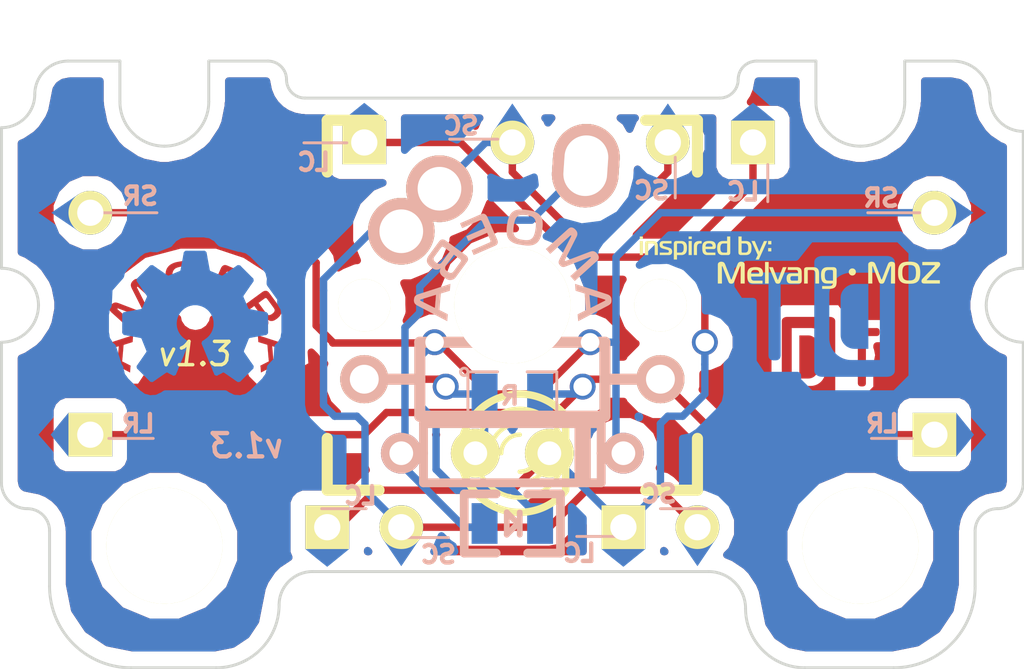
<source format=kicad_pcb>
(kicad_pcb (version 3) (host pcbnew "(2013-may-18)-stable")
  (layers (15 F.Cu signal) (0 B.Cu signal) (18 B.Paste user hide) (19 F.Paste user hide) (20 B.SilkS user) (21 F.SilkS user) (22 B.Mask user hide) (23 F.Mask user hide) (28 Edge.Cuts user))
  (net 0 "")
  (net 1 /key/LC0)
  (net 2 /key/LR0)
  (net 3 /key/SC0)
  (net 4 /key/SR0)
  (net 5 /key/led/N-LR0)
  (net 6 /key/switch/N-SD0)
  (module labels-melvang-moz (layer F.Cu) (at 258.445 109.0295)
    (fp_text reference labels-melvang-moz hide)
    (fp_text value G*** hide)
  )
  (module CHERRY_STAB_HOLE_TOP (layer F.Cu) (at 260.858 103.505)
    (fp_text reference "" (at 0 -3.048) (layer F.SilkS) (effects (font (size 1.016 1.016) (thickness 0.254))))
    (fp_text value "" hide)
  )
  (module CHERRY_STAB_HOLE_BOTTOM (layer F.Cu) (at 260.858 118.745)
    (fp_text reference "" (at 0 -3.048) (layer F.SilkS) (effects (font (size 1.016 1.016) (thickness 0.254))))
    (fp_text value "" hide)
    (pad "" np_thru_hole circle (at 0 0) (size 3.9878 3.9878) (drill 3.9878) (layers *.Cu *.Mask F.SilkS))
  )
  (module RESISTOR (layer B.Cu) (at 248.92 113.03)
    (fp_text reference R0 hide)
    (fp_text value RESISTOR hide)
    (pad 1 thru_hole circle (at -5.08 0) (size 1.651 1.651) (drill 0.9906) (layers *.Cu *.SilkS *.Mask) (net 5 /key/led/N-LR0))
    (pad 2 thru_hole circle (at 5.08 0) (size 1.651 1.651) (drill 0.9906) (layers *.Cu *.SilkS *.Mask) (net 2 /key/LR0))
  )
  (module Pad (layer F.Cu) (at 248.92 104.902)
    (fp_text reference SC0:0 hide)
    (fp_text value CONN_1 hide)
    (pad 1 thru_hole circle (at 0 0) (size 1.5 1.5) (drill 0.9) (layers *.Cu *.Mask F.SilkS) (net 3 /key/SC0))
  )
  (module Pad (layer F.Cu) (at 243.84 104.902)
    (fp_text reference LC0:0 hide)
    (fp_text value CONN_1 hide)
    (pad 1 thru_hole rect (at 0 0) (size 1.5 1.5) (drill 0.9) (layers *.Cu *.Mask F.SilkS) (net 1 /key/LC0))
  )
  (module Pad (layer F.Cu) (at 242.57 115.57)
    (fp_text reference LR0:0 hide)
    (fp_text value CONN_1 hide)
    (pad 1 thru_hole rect (at -8.128 -0.635) (size 1.5 1.5) (drill 0.9) (layers *.Cu *.Mask F.SilkS) (net 2 /key/LR0))
  )
  (module Pad (layer F.Cu) (at 241.935 107.696)
    (fp_text reference SR0:0 hide)
    (fp_text value CONN_1 hide)
    (pad 1 thru_hole circle (at -7.493 -0.381) (size 1.5 1.5) (drill 0.9) (layers *.Cu *.Mask F.SilkS) (net 4 /key/SR0))
  )
  (module Pad (layer F.Cu) (at 242.57 118.11)
    (fp_text reference LC0:1 hide)
    (fp_text value CONN_1 hide)
    (pad 1 thru_hole rect (at 0 0) (size 1.5 1.5) (drill 0.9) (layers *.Cu *.Mask F.SilkS) (net 1 /key/LC0))
  )
  (module Pad (layer F.Cu) (at 254.254 104.902)
    (fp_text reference SC0:1 hide)
    (fp_text value CONN_1 hide)
    (pad 1 thru_hole circle (at 0 0) (size 1.5 1.5) (drill 0.9) (layers *.Cu *.Mask F.SilkS) (net 3 /key/SC0))
  )
  (module Pad (layer F.Cu) (at 255.905 107.696)
    (fp_text reference SR0:1 hide)
    (fp_text value CONN_1 hide)
    (pad 1 thru_hole circle (at 7.493 -0.381) (size 1.5 1.5) (drill 0.9) (layers *.Cu *.Mask F.SilkS) (net 4 /key/SR0))
  )
  (module Pad (layer F.Cu) (at 255.27 114.935)
    (fp_text reference LR0:1 hide)
    (fp_text value CONN_1 hide)
    (pad 1 thru_hole rect (at 8.128 0) (size 1.5 1.5) (drill 0.9) (layers *.Cu *.Mask F.SilkS) (net 2 /key/LR0))
  )
  (module D3 (layer B.Cu) (at 248.92 115.57)
    (fp_text reference D0 hide)
    (fp_text value DIODE hide)
    (pad 2 thru_hole circle (at 3.81 0) (size 1.397 1.397) (drill 0.8128) (layers *.Cu *.Mask B.SilkS) (net 4 /key/SR0))
    (pad 1 thru_hole circle (at -3.81 0) (size 1.397 1.397) (drill 0.8128) (layers *.Cu *.Mask B.SilkS) (net 6 /key/switch/N-SD0))
  )
  (module Pad (layer F.Cu) (at 245.11 118.11)
    (fp_text reference SC0:2 hide)
    (fp_text value CONN_1 hide)
    (pad 1 thru_hole circle (at 0 0) (size 1.5 1.5) (drill 0.9) (layers *.Cu *.Mask F.SilkS) (net 3 /key/SC0))
  )
  (module Pad (layer F.Cu) (at 252.73 118.11)
    (fp_text reference LC0:2 hide)
    (fp_text value CONN_1 hide)
    (pad 1 thru_hole rect (at 0 0) (size 1.5 1.5) (drill 0.9) (layers *.Cu *.Mask F.SilkS) (net 1 /key/LC0))
  )
  (module SM0805D (layer B.Cu) (at 248.92 117.983)
    (fp_text reference D1 hide)
    (fp_text value DIODE hide)
    (pad 1 smd rect (at -0.9525 0) (size 0.889 1.397) (layers B.Cu B.Paste B.Mask) (net 6 /key/switch/N-SD0))
    (pad 2 smd rect (at 0.9525 0) (size 0.889 1.397) (layers B.Cu B.Paste B.Mask) (net 4 /key/SR0))
  )
  (module SM0805 (layer B.Cu) (at 248.92 113.538)
    (fp_text reference R1 hide)
    (fp_text value RESISTOR hide)
    (pad 1 smd rect (at -0.9525 0) (size 0.889 1.397) (layers B.Cu B.Paste B.Mask) (net 5 /key/led/N-LR0))
    (pad 2 smd rect (at 0.9525 0) (size 0.889 1.397) (layers B.Cu B.Paste B.Mask) (net 2 /key/LR0))
  )
  (module LED-3MM (layer F.Cu) (at 248.92 115.57)
    (fp_text reference LED0 hide)
    (fp_text value LED hide)
    (pad 1 thru_hole circle (at -1.27 0) (size 1.6764 1.6764) (drill 0.8128) (layers *.Cu *.Mask F.SilkS) (net 5 /key/led/N-LR0))
    (pad 2 thru_hole circle (at 1.27 0) (size 1.6764 1.6764) (drill 0.8128) (layers *.Cu *.Mask F.SilkS) (net 1 /key/LC0))
  )
  (module Pad (layer F.Cu) (at 255.27 118.11)
    (fp_text reference SC0:3 hide)
    (fp_text value CONN_1 hide)
    (pad 1 thru_hole circle (at 0 0) (size 1.5 1.5) (drill 0.9) (layers *.Cu *.Mask F.SilkS) (net 3 /key/SC0))
  )
  (module CHERRY_STAB_HOLE_TOP (layer F.Cu) (at 236.982 103.505)
    (fp_text reference "" (at 0 -3.048) (layer F.SilkS) (effects (font (size 1.016 1.016) (thickness 0.254))))
    (fp_text value "" hide)
  )
  (module CHERRY_STAB_HOLE_BOTTOM (layer F.Cu) (at 236.982 118.745)
    (fp_text reference "" (at 0 -3.048) (layer F.SilkS) (effects (font (size 1.016 1.016) (thickness 0.254))))
    (fp_text value "" hide)
    (pad "" np_thru_hole circle (at 0 0) (size 3.9878 3.9878) (drill 3.9878) (layers *.Cu *.Mask F.SilkS))
  )
  (module Pad (layer F.Cu) (at 257.175 104.902)
    (fp_text reference LC0:3 hide)
    (fp_text value CONN_1 hide)
    (pad 1 thru_hole rect (at 0 0) (size 1.5 1.5) (drill 0.9) (layers *.Cu *.Mask F.SilkS) (net 1 /key/LC0))
  )
  (module ALPS_CHERRY_ZEAL_PCB_100H (layer F.Cu) (at 248.92 110.49)
    (fp_text reference S0 hide)
    (fp_text value MX1A hide)
    (pad 1 thru_hole oval (at 2.52 -4.79 356.05481) (size 2.286 2.867377) (drill oval 1.4986 2.079977) (layers *.Cu *.SilkS *.Mask) (net 6 /key/switch/N-SD0))
    (pad 2 thru_hole circle (at -2.5 -4) (size 2.286 2.286) (drill 1.4986) (layers *.Cu *.SilkS *.Mask) (net 3 /key/SC0))
    (pad 2 thru_hole circle (at -3.81 -2.54) (size 2.286 2.286) (drill 1.4986) (layers *.Cu *.SilkS *.Mask) (net 3 /key/SC0))
    (pad "" np_thru_hole circle (at 0 0) (size 3.9878 3.9878) (drill 3.9878) (layers *.Cu *.Mask F.SilkS))
    (pad "" np_thru_hole circle (at -5.08 0) (size 1.8018 1.8018) (drill 1.8018) (layers *.Cu *.Mask F.SilkS))
    (pad "" np_thru_hole circle (at 5.08 0) (size 1.8018 1.8018) (drill 1.8018) (layers *.Cu *.Mask F.SilkS))
  )
  (module amoeba-round-rev (layer F.Cu) (at 248.9327 109.1184)
    (fp_text reference amoeba-round-rev hide)
    (fp_text value G*** hide)
  )
  (module dt-logo-big-rev (layer F.Cu) (at 259.5245 110.871)
    (fp_text reference dt-logo-big-rev hide)
    (fp_text value G*** hide)
    (fp_poly (pts (xy 2.250914 -2.070805) (xy 2.00397 -1.497542) (xy 1.236678 -1.497542) (xy 1.033831 -1.497542) (xy 1.025011 -1.497542) (xy 0.972679 -1.495809) (xy 0.921354 -1.490685) (xy 0.871145 -1.482276) (xy 0.822161 -1.470692) (xy 0.774509 -1.456041) (xy 0.728299 -1.438431) (xy 0.683638 -1.41797) (xy 0.640636 -1.394768) (xy 0.5994 -1.368932) (xy 0.560039 -1.340571) (xy 0.522661 -1.309793) (xy 0.487374 -1.276706) (xy 0.454288 -1.24142) (xy 0.42351 -1.204042) (xy 0.395149 -1.164681) (xy 0.369313 -1.123445) (xy 0.34611 -1.080442) (xy 0.32565 -1.035782) (xy 0.30804 -0.989571) (xy 0.293389 -0.94192) (xy 0.281804 -0.892936) (xy 0.273396 -0.842727) (xy 0.268271 -0.791402) (xy 0.266539 -0.739069) (xy 0.266539 0.742597) (xy 0.268271 0.79493) (xy 0.273396 0.846255) (xy 0.281804 0.896463) (xy 0.293389 0.945448) (xy 0.30804 0.993099) (xy 0.32565 1.039309) (xy 0.34611 1.08397) (xy 0.369313 1.126972) (xy 0.395149 1.168209) (xy 0.42351 1.20757) (xy 0.454288 1.244948) (xy 0.487374 1.280234) (xy 0.522661 1.313321) (xy 0.560039 1.344098) (xy 0.5994 1.37246) (xy 0.640636 1.398296) (xy 0.683638 1.421498) (xy 0.728299 1.441958) (xy 0.774509 1.459569) (xy 0.822161 1.47422) (xy 0.871145 1.485804) (xy 0.921354 1.494213) (xy 0.972679 1.499337) (xy 1.025011 1.50107) (xy 1.033831 1.50107) (xy 1.236678 1.50107) (xy 2.00397 1.50107) (xy 2.00397 -1.497542) (xy 2.250914 -2.070805) (xy 2.30441 -2.066649) (xy 2.354157 -2.054742) (xy 2.39911 -2.035933) (xy 2.438229 -2.011066) (xy 2.47047 -1.980989) (xy 2.49479 -1.946548) (xy 2.510147 -1.908589) (xy 2.515497 -1.867958) (xy 2.515497 1.871486) (xy 2.510147 1.912117) (xy 2.49479 1.950076) (xy 2.47047 1.984517) (xy 2.438229 2.014594) (xy 2.39911 2.03946) (xy 2.354157 2.05827) (xy 2.30441 2.070176) (xy 2.250914 2.074333) (xy 0.019595 2.074333) (xy -0.033902 2.070176) (xy -0.083648 2.05827) (xy -0.128602 2.03946) (xy -0.167721 2.014594) (xy -0.199961 1.984517) (xy -0.224281 1.950076) (xy -0.239638 1.912117) (xy -0.244989 1.871486) (xy -0.244989 -1.867958) (xy -0.239638 -1.908589) (xy -0.224281 -1.946548) (xy -0.199961 -1.980989) (xy -0.167721 -2.011066) (xy -0.128602 -2.035933) (xy -0.083648 -2.054742) (xy -0.033902 -2.066649) (xy 0.019595 -2.070805) (xy 2.250914 -2.070805)) (layer B.Cu) (width 0.00254))
    (fp_poly (pts (xy 1.606805 -1.110695) (xy 1.606805 1.113899) (xy 1.134931 1.113899) (xy 1.089476 1.111282) (xy 1.054131 1.107436) (xy 1.003112 1.096022) (xy 0.954355 1.079287) (xy 0.908177 1.057556) (xy 0.864895 1.031152) (xy 0.824825 1.0004) (xy 0.788284 0.965626) (xy 0.755588 0.927155) (xy 0.727054 0.88531) (xy 0.702997 0.840416) (xy 0.683736 0.792799) (xy 0.669586 0.742784) (xy 0.660864 0.690694) (xy 0.657886 0.636854) (xy 0.657886 -0.633326) (xy 0.660921 -0.686875) (xy 0.669795 -0.738194) (xy 0.684165 -0.7871) (xy 0.703683 -0.833411) (xy 0.728006 -0.876944) (xy 0.756788 -0.917517) (xy 0.789684 -0.954945) (xy 0.826349 -0.989048) (xy 0.866438 -1.01964) (xy 0.909606 -1.046541) (xy 0.955507 -1.069566) (xy 1.003797 -1.088534) (xy 1.054131 -1.103261) (xy 1.093766 -1.108763) (xy 1.134931 -1.110695) (xy 1.606805 -1.110695)) (layer B.Cu) (width 0.00254))
    (fp_poly (pts (xy -0.795873 -1.50576) (xy -0.757691 -1.497557) (xy -0.724512 -1.474715) (xy -0.698336 -1.439878) (xy -0.681164 -1.395693) (xy -0.674996 -1.344805) (xy -0.674996 -1.257541) (xy -0.681164 -1.206654) (xy -0.698336 -1.162469) (xy -0.724512 -1.127632) (xy -0.757691 -1.104789) (xy -0.795873 -1.096587) (xy -1.402845 -1.096587) (xy -1.402845 1.35651) (xy -1.4106 1.404816) (xy -1.432212 1.446704) (xy -1.465202 1.479694) (xy -1.50709 1.501306) (xy -1.555396 1.509061) (xy -1.664638 1.509061) (xy -1.712944 1.501306) (xy -1.754831 1.479694) (xy -1.787821 1.446704) (xy -1.809434 1.404816) (xy -1.817189 1.35651) (xy -1.817189 -1.096587) (xy -2.404769 -1.096587) (xy -2.442951 -1.104789) (xy -2.47613 -1.127632) (xy -2.502305 -1.162469) (xy -2.519477 -1.206654) (xy -2.525646 -1.257541) (xy -2.525646 -1.344805) (xy -2.519477 -1.395693) (xy -2.502305 -1.439878) (xy -2.47613 -1.474715) (xy -2.442951 -1.497557) (xy -2.404769 -1.50576) (xy -0.795873 -1.50576)) (layer B.Cu) (width 0.00254))
  )
  (module mtl-braille (layer F.Cu) (at 257.429 116.2685)
    (fp_text reference mtl-braille hide)
    (fp_text value G*** hide)
    (fp_poly (pts (xy -0.88 -0.399996) (xy -0.888157 -0.349425) (xy -0.910871 -0.305503) (xy -0.945507 -0.270867) (xy -0.989428 -0.248153) (xy -1.04 -0.239996) (xy -1.090573 -0.248153) (xy -1.134494 -0.270867) (xy -1.16913 -0.305503) (xy -1.191844 -0.349425) (xy -1.2 -0.399996) (xy -1.191844 -0.450569) (xy -1.16913 -0.494491) (xy -1.134494 -0.529126) (xy -1.090573 -0.55184) (xy -1.04 -0.559997) (xy -0.989428 -0.55184) (xy -0.945507 -0.529126) (xy -0.910871 -0.494491) (xy -0.888157 -0.450569) (xy -0.88 -0.399996)) (layer F.Cu) (width 0.00254))
    (fp_poly (pts (xy -0.88 0.560002) (xy -0.888157 0.610574) (xy -0.910871 0.654496) (xy -0.945507 0.689131) (xy -0.989428 0.711845) (xy -1.04 0.720003) (xy -1.090573 0.711845) (xy -1.134494 0.689131) (xy -1.16913 0.654496) (xy -1.191844 0.610574) (xy -1.2 0.560002) (xy -1.191844 0.509429) (xy -1.16913 0.465508) (xy -1.134494 0.430873) (xy -1.090573 0.408159) (xy -1.04 0.400002) (xy -0.989428 0.408159) (xy -0.945507 0.430873) (xy -0.910871 0.465508) (xy -0.888157 0.509429) (xy -0.88 0.560002)) (layer F.Cu) (width 0.00254))
    (fp_poly (pts (xy -0.400003 -0.399996) (xy -0.40816 -0.349425) (xy -0.430874 -0.305503) (xy -0.465509 -0.270867) (xy -0.50943 -0.248153) (xy -0.560003 -0.239996) (xy -0.610575 -0.248153) (xy -0.654496 -0.270867) (xy -0.689132 -0.305503) (xy -0.711846 -0.349425) (xy -0.720003 -0.399996) (xy -0.711846 -0.450569) (xy -0.689132 -0.494491) (xy -0.654496 -0.529126) (xy -0.610575 -0.55184) (xy -0.560003 -0.559997) (xy -0.50943 -0.55184) (xy -0.465509 -0.529126) (xy -0.430874 -0.494491) (xy -0.40816 -0.450569) (xy -0.400003 -0.399996)) (layer F.Cu) (width 0.00254))
    (fp_poly (pts (xy 0.239998 0.080004) (xy 0.231841 0.130576) (xy 0.209128 0.174498) (xy 0.174492 0.209133) (xy 0.130571 0.231847) (xy 0.079998 0.240005) (xy 0.029426 0.231847) (xy -0.014495 0.209133) (xy -0.049131 0.174498) (xy -0.071845 0.130576) (xy -0.080002 0.080004) (xy -0.071845 0.029432) (xy -0.049131 -0.01449) (xy -0.014495 -0.049125) (xy 0.029426 -0.071839) (xy 0.079998 -0.079996) (xy 0.130571 -0.071839) (xy 0.174492 -0.049125) (xy 0.209128 -0.01449) (xy 0.231841 0.029432) (xy 0.239998 0.080004)) (layer F.Cu) (width 0.00254))
    (fp_poly (pts (xy 0.239998 0.560002) (xy 0.231841 0.610574) (xy 0.209128 0.654496) (xy 0.174492 0.689131) (xy 0.130571 0.711845) (xy 0.079998 0.720003) (xy 0.029426 0.711845) (xy -0.014495 0.689131) (xy -0.049131 0.654496) (xy -0.071845 0.610574) (xy -0.080002 0.560002) (xy -0.071845 0.509429) (xy -0.049131 0.465508) (xy -0.014495 0.430873) (xy 0.029426 0.408159) (xy 0.079998 0.400002) (xy 0.130571 0.408159) (xy 0.174492 0.430873) (xy 0.209128 0.465508) (xy 0.231841 0.509429) (xy 0.239998 0.560002)) (layer F.Cu) (width 0.00254))
    (fp_poly (pts (xy 0.719999 -0.399996) (xy 0.711842 -0.349425) (xy 0.689128 -0.305503) (xy 0.654493 -0.270867) (xy 0.610571 -0.248153) (xy 0.559999 -0.239996) (xy 0.509427 -0.248153) (xy 0.465505 -0.270867) (xy 0.43087 -0.305503) (xy 0.408155 -0.349425) (xy 0.399998 -0.399996) (xy 0.408155 -0.450569) (xy 0.43087 -0.494491) (xy 0.465505 -0.529126) (xy 0.509427 -0.55184) (xy 0.559999 -0.559997) (xy 0.610571 -0.55184) (xy 0.654493 -0.529126) (xy 0.689128 -0.494491) (xy 0.711842 -0.450569) (xy 0.719999 -0.399996)) (layer F.Cu) (width 0.00254))
    (fp_poly (pts (xy 0.719999 0.080004) (xy 0.711842 0.130576) (xy 0.689128 0.174498) (xy 0.654493 0.209133) (xy 0.610571 0.231847) (xy 0.559999 0.240005) (xy 0.509427 0.231847) (xy 0.465505 0.209133) (xy 0.43087 0.174498) (xy 0.408155 0.130576) (xy 0.399998 0.080004) (xy 0.408155 0.029432) (xy 0.43087 -0.01449) (xy 0.465505 -0.049125) (xy 0.509427 -0.071839) (xy 0.559999 -0.079996) (xy 0.610571 -0.071839) (xy 0.654493 -0.049125) (xy 0.689128 -0.01449) (xy 0.711842 0.029432) (xy 0.719999 0.080004)) (layer F.Cu) (width 0.00254))
    (fp_poly (pts (xy 1.36 -0.399996) (xy 1.351843 -0.349425) (xy 1.329129 -0.305503) (xy 1.294494 -0.270867) (xy 1.250572 -0.248153) (xy 1.2 -0.239996) (xy 1.149428 -0.248153) (xy 1.105506 -0.270867) (xy 1.070871 -0.305503) (xy 1.048156 -0.349425) (xy 1.039999 -0.399996) (xy 1.048156 -0.450569) (xy 1.070871 -0.494491) (xy 1.105506 -0.529126) (xy 1.149428 -0.55184) (xy 1.2 -0.559997) (xy 1.250572 -0.55184) (xy 1.294494 -0.529126) (xy 1.329129 -0.494491) (xy 1.351843 -0.450569) (xy 1.36 -0.399996)) (layer F.Cu) (width 0.00254))
    (fp_poly (pts (xy 1.36 0.080004) (xy 1.351843 0.130576) (xy 1.329129 0.174498) (xy 1.294494 0.209133) (xy 1.250572 0.231847) (xy 1.2 0.240005) (xy 1.149428 0.231847) (xy 1.105506 0.209133) (xy 1.070871 0.174498) (xy 1.048156 0.130576) (xy 1.039999 0.080004) (xy 1.048156 0.029432) (xy 1.070871 -0.01449) (xy 1.105506 -0.049125) (xy 1.149428 -0.071839) (xy 1.2 -0.079996) (xy 1.250572 -0.071839) (xy 1.294494 -0.049125) (xy 1.329129 -0.01449) (xy 1.351843 0.029432) (xy 1.36 0.080004)) (layer F.Cu) (width 0.00254))
    (fp_poly (pts (xy 1.36 0.560002) (xy 1.351843 0.610574) (xy 1.329129 0.654496) (xy 1.294494 0.689131) (xy 1.250572 0.711845) (xy 1.2 0.720003) (xy 1.149428 0.711845) (xy 1.105506 0.689131) (xy 1.070871 0.654496) (xy 1.048156 0.610574) (xy 1.039999 0.560002) (xy 1.048156 0.509429) (xy 1.070871 0.465508) (xy 1.105506 0.430873) (xy 1.149428 0.408159) (xy 1.2 0.400002) (xy 1.250572 0.408159) (xy 1.294494 0.430873) (xy 1.329129 0.465508) (xy 1.351843 0.509429) (xy 1.36 0.560002)) (layer F.Cu) (width 0.00254))
  )
  (module pad-arrow-round (layer B.Cu) (at 255.27 118.4021 270)
    (fp_text reference pad-arrow-round hide)
    (fp_text value G*** hide)
    (fp_poly (pts (xy -0.295451 -0.749653) (xy -0.346799 -0.747924) (xy -0.397215 -0.742813) (xy -0.446588 -0.73443) (xy -0.494805 -0.722888) (xy -0.541757 -0.708297) (xy -0.587331 -0.690768) (xy -0.631416 -0.670414) (xy -0.673901 -0.647346) (xy -0.714674 -0.621674) (xy -0.753623 -0.593511) (xy -0.790639 -0.562968) (xy -0.825608 -0.530156) (xy -0.85842 -0.495187) (xy -0.888963 -0.458172) (xy -0.917126 -0.419222) (xy -0.942797 -0.378449) (xy -0.965866 -0.335965) (xy -0.98622 -0.291879) (xy -1.003748 -0.246305) (xy -1.018339 -0.199354) (xy -1.029882 -0.151136) (xy -1.038264 -0.101764) (xy -1.043376 -0.051348) (xy -1.045104 0) (xy -1.043376 0.051348) (xy -1.038264 0.101764) (xy -1.029882 0.151136) (xy -1.018339 0.199354) (xy -1.003748 0.246306) (xy -0.98622 0.29188) (xy -0.965866 0.335965) (xy -0.942797 0.378449) (xy -0.917126 0.419222) (xy -0.888963 0.458172) (xy -0.85842 0.495187) (xy -0.825608 0.530156) (xy -0.790639 0.562968) (xy -0.753623 0.593511) (xy -0.714674 0.621674) (xy -0.673901 0.647346) (xy -0.631416 0.670414) (xy -0.587331 0.690768) (xy -0.541757 0.708297) (xy -0.494805 0.722888) (xy -0.446588 0.73443) (xy -0.397215 0.742813) (xy -0.346799 0.747924) (xy -0.295451 0.749653) (xy -0.24372 0.747823) (xy -0.193112 0.742433) (xy -0.143684 0.733635) (xy -0.095493 0.72158) (xy -0.048594 0.70642) (xy -0.003044 0.688306) (xy 0.041101 0.667388) (xy 0.083785 0.643819) (xy 0.136701 0.617361) (xy 1.045104 0) (xy 0.136701 -0.612951) (xy 0.108311 -0.630069) (xy 0.083785 -0.643819) (xy 0.040974 -0.667677) (xy -0.003139 -0.68873) (xy -0.04856 -0.706862) (xy -0.095293 -0.721957) (xy -0.143344 -0.7339) (xy -0.192717 -0.742574) (xy -0.243418 -0.747864) (xy -0.295451 -0.749653)) (layer B.Cu) (width 0.00254))
  )
  (module pad-arrow-round (layer B.Cu) (at 245.11 118.4021 270)
    (fp_text reference pad-arrow-round hide)
    (fp_text value G*** hide)
    (fp_poly (pts (xy -0.295451 -0.749653) (xy -0.346799 -0.747924) (xy -0.397215 -0.742813) (xy -0.446588 -0.73443) (xy -0.494805 -0.722888) (xy -0.541757 -0.708297) (xy -0.587331 -0.690768) (xy -0.631416 -0.670414) (xy -0.673901 -0.647346) (xy -0.714674 -0.621674) (xy -0.753623 -0.593511) (xy -0.790639 -0.562968) (xy -0.825608 -0.530156) (xy -0.85842 -0.495187) (xy -0.888963 -0.458172) (xy -0.917126 -0.419222) (xy -0.942797 -0.378449) (xy -0.965866 -0.335965) (xy -0.98622 -0.291879) (xy -1.003748 -0.246305) (xy -1.018339 -0.199354) (xy -1.029882 -0.151136) (xy -1.038264 -0.101764) (xy -1.043376 -0.051348) (xy -1.045104 0) (xy -1.043376 0.051348) (xy -1.038264 0.101764) (xy -1.029882 0.151136) (xy -1.018339 0.199354) (xy -1.003748 0.246306) (xy -0.98622 0.29188) (xy -0.965866 0.335965) (xy -0.942797 0.378449) (xy -0.917126 0.419222) (xy -0.888963 0.458172) (xy -0.85842 0.495187) (xy -0.825608 0.530156) (xy -0.790639 0.562968) (xy -0.753623 0.593511) (xy -0.714674 0.621674) (xy -0.673901 0.647346) (xy -0.631416 0.670414) (xy -0.587331 0.690768) (xy -0.541757 0.708297) (xy -0.494805 0.722888) (xy -0.446588 0.73443) (xy -0.397215 0.742813) (xy -0.346799 0.747924) (xy -0.295451 0.749653) (xy -0.24372 0.747823) (xy -0.193112 0.742433) (xy -0.143684 0.733635) (xy -0.095493 0.72158) (xy -0.048594 0.70642) (xy -0.003044 0.688306) (xy 0.041101 0.667388) (xy 0.083785 0.643819) (xy 0.136701 0.617361) (xy 1.045104 0) (xy 0.136701 -0.612951) (xy 0.108311 -0.630069) (xy 0.083785 -0.643819) (xy 0.040974 -0.667677) (xy -0.003139 -0.68873) (xy -0.04856 -0.706862) (xy -0.095293 -0.721957) (xy -0.143344 -0.7339) (xy -0.192717 -0.742574) (xy -0.243418 -0.747864) (xy -0.295451 -0.749653)) (layer B.Cu) (width 0.00254))
  )
  (module pad-arrow-round (layer B.Cu) (at 234.1499 107.315 180)
    (fp_text reference pad-arrow-round hide)
    (fp_text value G*** hide)
    (fp_poly (pts (xy -0.295451 -0.749653) (xy -0.346799 -0.747924) (xy -0.397215 -0.742813) (xy -0.446588 -0.73443) (xy -0.494805 -0.722888) (xy -0.541757 -0.708297) (xy -0.587331 -0.690768) (xy -0.631416 -0.670414) (xy -0.673901 -0.647346) (xy -0.714674 -0.621674) (xy -0.753623 -0.593511) (xy -0.790639 -0.562968) (xy -0.825608 -0.530156) (xy -0.85842 -0.495187) (xy -0.888963 -0.458172) (xy -0.917126 -0.419222) (xy -0.942797 -0.378449) (xy -0.965866 -0.335965) (xy -0.98622 -0.291879) (xy -1.003748 -0.246305) (xy -1.018339 -0.199354) (xy -1.029882 -0.151136) (xy -1.038264 -0.101764) (xy -1.043376 -0.051348) (xy -1.045104 0) (xy -1.043376 0.051348) (xy -1.038264 0.101764) (xy -1.029882 0.151136) (xy -1.018339 0.199354) (xy -1.003748 0.246306) (xy -0.98622 0.29188) (xy -0.965866 0.335965) (xy -0.942797 0.378449) (xy -0.917126 0.419222) (xy -0.888963 0.458172) (xy -0.85842 0.495187) (xy -0.825608 0.530156) (xy -0.790639 0.562968) (xy -0.753623 0.593511) (xy -0.714674 0.621674) (xy -0.673901 0.647346) (xy -0.631416 0.670414) (xy -0.587331 0.690768) (xy -0.541757 0.708297) (xy -0.494805 0.722888) (xy -0.446588 0.73443) (xy -0.397215 0.742813) (xy -0.346799 0.747924) (xy -0.295451 0.749653) (xy -0.24372 0.747823) (xy -0.193112 0.742433) (xy -0.143684 0.733635) (xy -0.095493 0.72158) (xy -0.048594 0.70642) (xy -0.003044 0.688306) (xy 0.041101 0.667388) (xy 0.083785 0.643819) (xy 0.136701 0.617361) (xy 1.045104 0) (xy 0.136701 -0.612951) (xy 0.108311 -0.630069) (xy 0.083785 -0.643819) (xy 0.040974 -0.667677) (xy -0.003139 -0.68873) (xy -0.04856 -0.706862) (xy -0.095293 -0.721957) (xy -0.143344 -0.7339) (xy -0.192717 -0.742574) (xy -0.243418 -0.747864) (xy -0.295451 -0.749653)) (layer B.Cu) (width 0.00254))
  )
  (module pad-arrow-round (layer B.Cu) (at 263.6901 107.315)
    (fp_text reference pad-arrow-round hide)
    (fp_text value G*** hide)
    (fp_poly (pts (xy -0.295451 -0.749653) (xy -0.346799 -0.747924) (xy -0.397215 -0.742813) (xy -0.446588 -0.73443) (xy -0.494805 -0.722888) (xy -0.541757 -0.708297) (xy -0.587331 -0.690768) (xy -0.631416 -0.670414) (xy -0.673901 -0.647346) (xy -0.714674 -0.621674) (xy -0.753623 -0.593511) (xy -0.790639 -0.562968) (xy -0.825608 -0.530156) (xy -0.85842 -0.495187) (xy -0.888963 -0.458172) (xy -0.917126 -0.419222) (xy -0.942797 -0.378449) (xy -0.965866 -0.335965) (xy -0.98622 -0.291879) (xy -1.003748 -0.246305) (xy -1.018339 -0.199354) (xy -1.029882 -0.151136) (xy -1.038264 -0.101764) (xy -1.043376 -0.051348) (xy -1.045104 0) (xy -1.043376 0.051348) (xy -1.038264 0.101764) (xy -1.029882 0.151136) (xy -1.018339 0.199354) (xy -1.003748 0.246306) (xy -0.98622 0.29188) (xy -0.965866 0.335965) (xy -0.942797 0.378449) (xy -0.917126 0.419222) (xy -0.888963 0.458172) (xy -0.85842 0.495187) (xy -0.825608 0.530156) (xy -0.790639 0.562968) (xy -0.753623 0.593511) (xy -0.714674 0.621674) (xy -0.673901 0.647346) (xy -0.631416 0.670414) (xy -0.587331 0.690768) (xy -0.541757 0.708297) (xy -0.494805 0.722888) (xy -0.446588 0.73443) (xy -0.397215 0.742813) (xy -0.346799 0.747924) (xy -0.295451 0.749653) (xy -0.24372 0.747823) (xy -0.193112 0.742433) (xy -0.143684 0.733635) (xy -0.095493 0.72158) (xy -0.048594 0.70642) (xy -0.003044 0.688306) (xy 0.041101 0.667388) (xy 0.083785 0.643819) (xy 0.136701 0.617361) (xy 1.045104 0) (xy 0.136701 -0.612951) (xy 0.108311 -0.630069) (xy 0.083785 -0.643819) (xy 0.040974 -0.667677) (xy -0.003139 -0.68873) (xy -0.04856 -0.706862) (xy -0.095293 -0.721957) (xy -0.143344 -0.7339) (xy -0.192717 -0.742574) (xy -0.243418 -0.747864) (xy -0.295451 -0.749653)) (layer B.Cu) (width 0.00254))
  )
  (module pad-arrow-round (layer B.Cu) (at 254.254 104.6099 90)
    (fp_text reference pad-arrow-round hide)
    (fp_text value G*** hide)
    (fp_poly (pts (xy -0.295451 -0.749653) (xy -0.346799 -0.747924) (xy -0.397215 -0.742813) (xy -0.446588 -0.73443) (xy -0.494805 -0.722888) (xy -0.541757 -0.708297) (xy -0.587331 -0.690768) (xy -0.631416 -0.670414) (xy -0.673901 -0.647346) (xy -0.714674 -0.621674) (xy -0.753623 -0.593511) (xy -0.790639 -0.562968) (xy -0.825608 -0.530156) (xy -0.85842 -0.495187) (xy -0.888963 -0.458172) (xy -0.917126 -0.419222) (xy -0.942797 -0.378449) (xy -0.965866 -0.335965) (xy -0.98622 -0.291879) (xy -1.003748 -0.246305) (xy -1.018339 -0.199354) (xy -1.029882 -0.151136) (xy -1.038264 -0.101764) (xy -1.043376 -0.051348) (xy -1.045104 0) (xy -1.043376 0.051348) (xy -1.038264 0.101764) (xy -1.029882 0.151136) (xy -1.018339 0.199354) (xy -1.003748 0.246306) (xy -0.98622 0.29188) (xy -0.965866 0.335965) (xy -0.942797 0.378449) (xy -0.917126 0.419222) (xy -0.888963 0.458172) (xy -0.85842 0.495187) (xy -0.825608 0.530156) (xy -0.790639 0.562968) (xy -0.753623 0.593511) (xy -0.714674 0.621674) (xy -0.673901 0.647346) (xy -0.631416 0.670414) (xy -0.587331 0.690768) (xy -0.541757 0.708297) (xy -0.494805 0.722888) (xy -0.446588 0.73443) (xy -0.397215 0.742813) (xy -0.346799 0.747924) (xy -0.295451 0.749653) (xy -0.24372 0.747823) (xy -0.193112 0.742433) (xy -0.143684 0.733635) (xy -0.095493 0.72158) (xy -0.048594 0.70642) (xy -0.003044 0.688306) (xy 0.041101 0.667388) (xy 0.083785 0.643819) (xy 0.136701 0.617361) (xy 1.045104 0) (xy 0.136701 -0.612951) (xy 0.108311 -0.630069) (xy 0.083785 -0.643819) (xy 0.040974 -0.667677) (xy -0.003139 -0.68873) (xy -0.04856 -0.706862) (xy -0.095293 -0.721957) (xy -0.143344 -0.7339) (xy -0.192717 -0.742574) (xy -0.243418 -0.747864) (xy -0.295451 -0.749653)) (layer B.Cu) (width 0.00254))
  )
  (module pad-arrow-round (layer B.Cu) (at 248.92 104.6099 90)
    (fp_text reference pad-arrow-round hide)
    (fp_text value G*** hide)
    (fp_poly (pts (xy -0.295451 -0.749653) (xy -0.346799 -0.747924) (xy -0.397215 -0.742813) (xy -0.446588 -0.73443) (xy -0.494805 -0.722888) (xy -0.541757 -0.708297) (xy -0.587331 -0.690768) (xy -0.631416 -0.670414) (xy -0.673901 -0.647346) (xy -0.714674 -0.621674) (xy -0.753623 -0.593511) (xy -0.790639 -0.562968) (xy -0.825608 -0.530156) (xy -0.85842 -0.495187) (xy -0.888963 -0.458172) (xy -0.917126 -0.419222) (xy -0.942797 -0.378449) (xy -0.965866 -0.335965) (xy -0.98622 -0.291879) (xy -1.003748 -0.246305) (xy -1.018339 -0.199354) (xy -1.029882 -0.151136) (xy -1.038264 -0.101764) (xy -1.043376 -0.051348) (xy -1.045104 0) (xy -1.043376 0.051348) (xy -1.038264 0.101764) (xy -1.029882 0.151136) (xy -1.018339 0.199354) (xy -1.003748 0.246306) (xy -0.98622 0.29188) (xy -0.965866 0.335965) (xy -0.942797 0.378449) (xy -0.917126 0.419222) (xy -0.888963 0.458172) (xy -0.85842 0.495187) (xy -0.825608 0.530156) (xy -0.790639 0.562968) (xy -0.753623 0.593511) (xy -0.714674 0.621674) (xy -0.673901 0.647346) (xy -0.631416 0.670414) (xy -0.587331 0.690768) (xy -0.541757 0.708297) (xy -0.494805 0.722888) (xy -0.446588 0.73443) (xy -0.397215 0.742813) (xy -0.346799 0.747924) (xy -0.295451 0.749653) (xy -0.24372 0.747823) (xy -0.193112 0.742433) (xy -0.143684 0.733635) (xy -0.095493 0.72158) (xy -0.048594 0.70642) (xy -0.003044 0.688306) (xy 0.041101 0.667388) (xy 0.083785 0.643819) (xy 0.136701 0.617361) (xy 1.045104 0) (xy 0.136701 -0.612951) (xy 0.108311 -0.630069) (xy 0.083785 -0.643819) (xy 0.040974 -0.667677) (xy -0.003139 -0.68873) (xy -0.04856 -0.706862) (xy -0.095293 -0.721957) (xy -0.143344 -0.7339) (xy -0.192717 -0.742574) (xy -0.243418 -0.747864) (xy -0.295451 -0.749653)) (layer B.Cu) (width 0.00254))
  )
  (module pad-arrow-square (layer B.Cu) (at 243.84 104.5972 90)
    (fp_text reference pad-arrow-square hide)
    (fp_text value G*** hide)
    (fp_poly (pts (xy -1.053924 -0.749653) (xy -1.053924 0.749653) (xy 0.445382 0.749653) (xy 0.754063 0.379236) (xy 1.053924 0) (xy 0.754063 -0.370417) (xy 0.445382 -0.749653) (xy -1.053924 -0.749653)) (layer B.Cu) (width 0.00254))
  )
  (module pad-arrow-square (layer B.Cu) (at 257.175 104.5972 90)
    (fp_text reference pad-arrow-square hide)
    (fp_text value G*** hide)
    (fp_poly (pts (xy -1.053924 -0.749653) (xy -1.053924 0.749653) (xy 0.445382 0.749653) (xy 0.754063 0.379236) (xy 1.053924 0) (xy 0.754063 -0.370417) (xy 0.445382 -0.749653) (xy -1.053924 -0.749653)) (layer B.Cu) (width 0.00254))
  )
  (module pad-arrow-square (layer B.Cu) (at 263.7028 114.935)
    (fp_text reference pad-arrow-square hide)
    (fp_text value G*** hide)
    (fp_poly (pts (xy -1.053924 -0.749653) (xy -1.053924 0.749653) (xy 0.445382 0.749653) (xy 0.754063 0.379236) (xy 1.053924 0) (xy 0.754063 -0.370417) (xy 0.445382 -0.749653) (xy -1.053924 -0.749653)) (layer B.Cu) (width 0.00254))
  )
  (module pad-arrow-square (layer B.Cu) (at 252.73 118.4148 270)
    (fp_text reference pad-arrow-square hide)
    (fp_text value G*** hide)
    (fp_poly (pts (xy -1.053924 -0.749653) (xy -1.053924 0.749653) (xy 0.445382 0.749653) (xy 0.754063 0.379236) (xy 1.053924 0) (xy 0.754063 -0.370417) (xy 0.445382 -0.749653) (xy -1.053924 -0.749653)) (layer B.Cu) (width 0.00254))
  )
  (module pad-arrow-square (layer B.Cu) (at 242.57 118.4148 270)
    (fp_text reference pad-arrow-square hide)
    (fp_text value G*** hide)
    (fp_poly (pts (xy -1.053924 -0.749653) (xy -1.053924 0.749653) (xy 0.445382 0.749653) (xy 0.754063 0.379236) (xy 1.053924 0) (xy 0.754063 -0.370417) (xy 0.445382 -0.749653) (xy -1.053924 -0.749653)) (layer B.Cu) (width 0.00254))
  )
  (module pad-arrow-square (layer B.Cu) (at 234.1372 114.935 180)
    (fp_text reference pad-arrow-square hide)
    (fp_text value G*** hide)
    (fp_poly (pts (xy -1.053924 -0.749653) (xy -1.053924 0.749653) (xy 0.445382 0.749653) (xy 0.754063 0.379236) (xy 1.053924 0) (xy 0.754063 -0.370417) (xy 0.445382 -0.749653) (xy -1.053924 -0.749653)) (layer B.Cu) (width 0.00254))
  )
  (module dt-logo-d (layer F.Cu) (at 259.08 112.141)
    (fp_text reference dt-logo-d hide)
    (fp_text value G*** hide)
    (fp_poly (pts (xy -0.313017 -0.613454) (xy -0.313017 0.863239) (xy 0.000215 0.863239) (xy 0.05385 0.858948) (xy 0.102299 0.846858) (xy 0.14742 0.827598) (xy 0.188579 0.801817) (xy 0.225143 0.770164) (xy 0.256479 0.733291) (xy 0.281954 0.691845) (xy 0.300934 0.646478) (xy 0.312787 0.597838) (xy 0.316879 0.546575) (xy 0.316879 -0.296575) (xy 0.312711 -0.347451) (xy 0.300668 -0.395126) (xy 0.28144 -0.439236) (xy 0.255717 -0.479413) (xy 0.22419 -0.515292) (xy 0.18755 -0.546509) (xy 0.146486 -0.572696) (xy 0.101689 -0.593488) (xy 0.05385 -0.608519) (xy 0.000215 -0.613454) (xy -0.313017 -0.613454)) (layer F.Cu) (width 0.00254))
    (fp_poly (pts (xy -0.739526 -1.25) (xy -0.578191 -0.870261) (xy -0.065006 -0.870261) (xy 0.065435 -0.870261) (xy 0.07273 -0.870261) (xy 0.124618 -0.86766) (xy 0.17497 -0.860024) (xy 0.223536 -0.847602) (xy 0.270066 -0.830645) (xy 0.314309 -0.809403) (xy 0.356016 -0.784125) (xy 0.394937 -0.755062) (xy 0.430822 -0.722462) (xy 0.463421 -0.686577) (xy 0.492485 -0.647656) (xy 0.517762 -0.605949) (xy 0.539005 -0.561706) (xy 0.555962 -0.515177) (xy 0.568383 -0.466611) (xy 0.576019 -0.416259) (xy 0.57862 -0.36437) (xy 0.57862 0.613941) (xy 0.576019 0.665835) (xy 0.568383 0.7162) (xy 0.555962 0.764787) (xy 0.539005 0.811344) (xy 0.517762 0.85562) (xy 0.492485 0.897363) (xy 0.463421 0.936323) (xy 0.430822 0.972248) (xy 0.394937 1.004887) (xy 0.356016 1.033989) (xy 0.314309 1.059303) (xy 0.270066 1.080578) (xy 0.223536 1.097562) (xy 0.17497 1.110005) (xy 0.124618 1.117655) (xy 0.07273 1.120261) (xy 0.065435 1.120261) (xy -0.065006 1.120261) (xy -0.578191 1.120261) (xy -0.578191 -0.870261) (xy -0.739526 -1.25) (xy -0.795224 -1.24325) (xy -0.843528 -1.224429) (xy -0.881576 -1.195682) (xy -0.906505 -1.159152) (xy -0.915451 -1.116984) (xy -0.915451 1.366555) (xy -0.906505 1.408767) (xy -0.881576 1.445404) (xy -0.843528 1.474278) (xy -0.795224 1.493205) (xy -0.739526 1.5) (xy 0.739526 1.5) (xy 0.795224 1.493205) (xy 0.843528 1.474278) (xy 0.881576 1.445404) (xy 0.906505 1.408767) (xy 0.915451 1.366555) (xy 0.915451 -1.116984) (xy 0.906505 -1.159152) (xy 0.881576 -1.195682) (xy 0.843528 -1.224429) (xy 0.795224 -1.24325) (xy 0.739526 -1.25) (xy -0.739526 -1.25)) (layer F.Cu) (width 0.00254))
  )
  (module dt-logo-t (layer F.Cu) (at 260.858 112.2045)
    (fp_text reference dt-logo-t hide)
    (fp_text value G*** hide)
    (fp_poly (pts (xy -0.48749 -0.929484) (xy -0.527969 -0.914902) (xy -0.556764 -0.876578) (xy -0.567728 -0.822642) (xy -0.567728 -0.764716) (xy -0.556764 -0.710781) (xy -0.527969 -0.672456) (xy -0.48749 -0.657874) (xy -0.08458 -0.657874) (xy -0.08458 0.9705) (xy -0.076643 1.00998) (xy -0.054977 1.042161) (xy -0.022796 1.063827) (xy 0.016684 1.071764) (xy 0.089199 1.071764) (xy 0.12868 1.063827) (xy 0.160861 1.042161) (xy 0.182527 1.00998) (xy 0.190463 0.9705) (xy 0.190463 -0.657874) (xy 0.580501 -0.657874) (xy 0.62098 -0.672456) (xy 0.649775 -0.710781) (xy 0.660739 -0.764716) (xy 0.660739 -0.822642) (xy 0.649775 -0.876578) (xy 0.62098 -0.914902) (xy 0.580501 -0.929484) (xy -0.48749 -0.929484)) (layer F.Cu) (width 0.00254))
  )
  (module amoeba-round-cu (layer F.Cu) (at 238.0488 110.8329)
    (fp_text reference amoeba-round-cu hide)
    (fp_text value G*** hide)
    (fp_poly (pts (xy -2.2448 1.966) (xy -3.160929 1.264835) (xy -3.177777 1.24302) (xy -3.157503 1.224336) (xy -3.125989 1.213414) (xy -2.628834 1.061743) (xy -2.667233 1.515629) (xy -3.131699 1.280908) (xy -3.131699 1.280894) (xy -3.160929 1.264835) (xy -2.2448 1.966) (xy -2.22496 1.731462) (xy -2.513479 1.586402) (xy -2.465375 1.017778) (xy -2.156445 0.921557) (xy -2.136605 0.687022) (xy -3.235605 1.042684) (xy -3.281956 1.061612) (xy -3.318405 1.084019) (xy -3.344953 1.109907) (xy -3.364522 1.140354) (xy -3.377977 1.178868) (xy -3.385317 1.225451) (xy -3.386064 1.274481) (xy -3.379365 1.315832) (xy -3.36522 1.349505) (xy -3.343241 1.37761) (xy -3.310978 1.404698) (xy -3.268433 1.430768) (xy -2.244801 1.966) (xy -2.2448 1.966)) (layer F.Cu) (width 0.00254))
    (fp_poly (pts (xy -1.996237 -0.928573) (xy -2.005886 -0.953268) (xy -2.005844 -0.976043) (xy -1.992873 -0.980305) (xy -1.965836 -0.967294) (xy -1.285543 -0.343651) (xy -1.135713 -0.509518) (xy -1.909761 -1.208727) (xy -1.950378 -1.237302) (xy -1.991806 -1.250384) (xy -2.034045 -1.247973) (xy -2.075762 -1.232665) (xy -2.115624 -1.207062) (xy -2.153631 -1.171163) (xy -2.173687 -1.147063) (xy -2.190724 -1.122519) (xy -2.203767 -1.09608) (xy -2.211846 -1.066295) (xy -2.215303 -1.034051) (xy -2.211973 -0.997955) (xy -2.200712 -0.959257) (xy -2.180155 -0.914445) (xy -1.798786 -0.156924) (xy -1.786261 -0.122792) (xy -1.787672 -0.103545) (xy -1.80782 -0.098916) (xy -1.84191 -0.109161) (xy -2.634179 -0.411805) (xy -2.664681 -0.422243) (xy -2.695063 -0.43029) (xy -2.726488 -0.435289) (xy -2.757612 -0.434298) (xy -2.789089 -0.428484) (xy -2.821336 -0.414288) (xy -2.853472 -0.391974) (xy -2.886885 -0.359404) (xy -2.915017 -0.323209) (xy -2.931963 -0.296871) (xy -2.94445 -0.265362) (xy -2.950431 -0.229695) (xy -2.947856 -0.190858) (xy -2.932983 -0.151748) (xy -2.899541 -0.112985) (xy -2.125493 0.586224) (xy -1.975663 0.420356) (xy -2.6639 -0.194493) (xy -2.676585 -0.208238) (xy -2.677799 -0.232142) (xy -2.655139 -0.2344) (xy -2.629601 -0.227316) (xy -1.839604 0.07784) (xy -1.811776 0.088719) (xy -1.784637 0.097821) (xy -1.730279 0.105836) (xy -1.677012 0.092346) (xy -1.648849 0.074434) (xy -1.620542 0.047515) (xy -1.598308 0.019108) (xy -1.583814 -0.0083) (xy -1.573273 -0.06039) (xy -1.585513 -0.112522) (xy -1.597795 -0.141876) (xy -1.61259 -0.17349) (xy -1.996229 -0.928497) (xy -1.996237 -0.928573)) (layer F.Cu) (width 0.00254))
    (fp_poly (pts (xy -0.494451 -1.849191) (xy -0.725268 -1.575586) (xy -0.685597 -1.608272) (xy -0.638373 -1.631047) (xy -0.599255 -1.644325) (xy -0.558152 -1.655754) (xy -0.515064 -1.665336) (xy -0.469991 -1.673073) (xy -0.425238 -1.678623) (xy -0.38143 -1.681896) (xy -0.338569 -1.682887) (xy -0.296653 -1.681596) (xy -0.243929 -1.673673) (xy -0.195936 -1.653923) (xy -0.152674 -1.622448) (xy -0.119677 -1.584531) (xy -0.102901 -1.55791) (xy -0.086807 -1.524347) (xy -0.071694 -1.482933) (xy -0.057853 -1.432774) (xy -0.048488 -1.395168) (xy -0.039894 -1.352504) (xy -0.032072 -1.304781) (xy -0.026154 -1.259629) (xy -0.022275 -1.21798) (xy -0.020433 -1.179833) (xy -0.019332 -1.12907) (xy -0.021872 -1.085472) (xy -0.027494 -1.048268) (xy -0.035659 -1.016675) (xy -0.05577 -0.96748) (xy -0.079786 -0.933116) (xy -0.108142 -0.904957) (xy -0.140904 -0.883424) (xy -0.177634 -0.865576) (xy -0.216179 -0.851313) (xy -0.25773 -0.840034) (xy -0.300261 -0.832457) (xy -0.344588 -0.825472) (xy -0.389459 -0.819266) (xy -0.433616 -0.814014) (xy -0.476657 -0.812779) (xy -0.517679 -0.815142) (xy -0.556753 -0.821775) (xy -0.593927 -0.832979) (xy -0.628805 -0.851782) (xy -0.660486 -0.877909) (xy -0.695406 -0.917248) (xy -0.711112 -0.945306) (xy -0.726848 -0.979356) (xy -0.742441 -1.02113) (xy -0.757228 -1.069007) (xy -0.765609 -1.106377) (xy -0.773479 -1.148006) (xy -0.780838 -1.193896) (xy -0.78084 -1.194009) (xy -0.789152 -1.258148) (xy -0.794016 -1.31488) (xy -0.795429 -1.364205) (xy -0.793393 -1.406124) (xy -0.785415 -1.455043) (xy -0.773412 -1.49733) (xy -0.757384 -1.532986) (xy -0.725268 -1.575586) (xy -0.494451 -1.849191) (xy -0.53109 -1.843585) (xy -0.569534 -1.837327) (xy -0.609784 -1.830423) (xy -0.649843 -1.82222) (xy -0.689943 -1.811722) (xy -0.730085 -1.79893) (xy -0.769841 -1.783533) (xy -0.808785 -1.765221) (xy -0.846916 -1.743987) (xy -0.882048 -1.719204) (xy -0.914232 -1.689905) (xy -0.943467 -1.656097) (xy -0.96875 -1.620022) (xy -0.988755 -1.581686) (xy -1.003481 -1.541089) (xy -1.014131 -1.499952) (xy -1.021584 -1.457767) (xy -1.025839 -1.414534) (xy -1.027486 -1.371685) (xy -1.026788 -1.328423) (xy -1.02375 -1.284749) (xy -1.019389 -1.242409) (xy -1.014393 -1.200925) (xy -1.008761 -1.160297) (xy -1.003426 -1.125518) (xy -0.997332 -1.08819) (xy -0.990482 -1.048312) (xy -0.98115 -1.007088) (xy -0.969847 -0.965396) (xy -0.956571 -0.923236) (xy -0.939899 -0.882527) (xy -0.920303 -0.842631) (xy -0.897784 -0.803549) (xy -0.870487 -0.766885) (xy -0.838792 -0.733915) (xy -0.802698 -0.704638) (xy -0.764928 -0.680748) (xy -0.72564 -0.662024) (xy -0.684835 -0.64847) (xy -0.642189 -0.639183) (xy -0.599611 -0.632932) (xy -0.557101 -0.629703) (xy -0.514046 -0.629282) (xy -0.472066 -0.6309) (xy -0.431161 -0.634642) (xy -0.390821 -0.639657) (xy -0.352769 -0.644716) (xy -0.317005 -0.649825) (xy -0.282228 -0.65515) (xy -0.2449 -0.661246) (xy -0.205021 -0.668113) (xy -0.164033 -0.676457) (xy -0.123375 -0.687037) (xy -0.083046 -0.699849) (xy -0.042547 -0.715346) (xy -0.003603 -0.733664) (xy 0.033783 -0.754792) (xy 0.069845 -0.779714) (xy 0.102587 -0.809095) (xy 0.132007 -0.84293) (xy 0.155566 -0.877799) (xy 0.174539 -0.915411) (xy 0.188923 -0.955768) (xy 0.199431 -0.997835) (xy 0.206797 -1.040579) (xy 0.211021 -1.083999) (xy 0.212516 -1.12759) (xy 0.211878 -1.170852) (xy 0.209046 -1.213784) (xy 0.205498 -1.257005) (xy 0.20106 -1.298572) (xy 0.195725 -1.338487) (xy 0.189601 -1.37733) (xy 0.18246 -1.417925) (xy 0.174304 -1.460271) (xy 0.164342 -1.503115) (xy 0.151838 -1.5452) (xy 0.136794 -1.586529) (xy 0.120176 -1.626863) (xy 0.100745 -1.665642) (xy 0.078501 -1.702864) (xy 0.053051 -1.737327) (xy 0.024003 -1.767835) (xy -0.008644 -1.794389) (xy -0.046602 -1.818251) (xy -0.086448 -1.836892) (xy -0.128182 -1.850308) (xy -0.170085 -1.859708) (xy -0.212664 -1.86596) (xy -0.255919 -1.869076) (xy -0.298229 -1.869658) (xy -0.340208 -1.868014) (xy -0.381858 -1.864137) (xy -0.421268 -1.859257) (xy -0.458761 -1.854276) (xy -0.494338 -1.849207) (xy -0.494451 -1.849191)) (layer F.Cu) (width 0.00254))
    (fp_poly (pts (xy 1.339656 -0.303629) (xy 1.410742 -0.466598) (xy 0.830259 -0.719808) (xy 0.787477 -0.740325) (xy 0.766508 -0.764258) (xy 0.76933 -0.812935) (xy 0.880365 -1.06748) (xy 1.524483 -0.786511) (xy 1.595572 -0.94948) (xy 0.951451 -1.230447) (xy 1.046915 -1.449293) (xy 1.059982 -1.475003) (xy 1.087019 -1.494618) (xy 1.11882 -1.495465) (xy 1.149664 -1.4857) (xy 1.736356 -1.229781) (xy 1.807445 -1.39275) (xy 1.110554 -1.69674) (xy 1.077285 -1.709404) (xy 1.039555 -1.720334) (xy 1.00094 -1.722856) (xy 0.961899 -1.711726) (xy 0.936393 -1.695597) (xy 0.911618 -1.672694) (xy 0.891427 -1.645471) (xy 0.875226 -1.614672) (xy 0.539415 -0.844832) (xy 0.52692 -0.811951) (xy 0.516499 -0.775383) (xy 0.514089 -0.738106) (xy 0.524231 -0.699956) (xy 0.54264 -0.666987) (xy 0.56812 -0.643865) (xy 0.599307 -0.627487) (xy 0.633505 -0.611649) (xy 1.33971 -0.303598) (xy 1.339656 -0.303629)) (layer F.Cu) (width 0.00254))
    (fp_poly (pts (xy 2.528941 -0.766744) (xy 2.36819 -0.573529) (xy 2.389695 -0.587161) (xy 2.419557 -0.592241) (xy 2.443122 -0.580105) (xy 2.460479 -0.559249) (xy 2.676529 -0.264118) (xy 2.692852 -0.240387) (xy 2.707805 -0.215663) (xy 2.717224 -0.188458) (xy 2.716949 -0.157299) (xy 2.706194 -0.121098) (xy 2.683663 -0.090966) (xy 2.658588 -0.067884) (xy 2.637478 -0.050859) (xy 2.593961 -0.022147) (xy 2.561791 -0.008043) (xy 2.525461 -0.000339) (xy 2.489713 -0.006177) (xy 2.462395 -0.023424) (xy 2.440063 -0.047472) (xy 2.419289 -0.073711) (xy 2.163229 -0.423497) (xy 2.368181 -0.573532) (xy 2.36819 -0.573529) (xy 2.528941 -0.766744) (xy 2.019761 -0.318474) (xy 2.287824 0.04771) (xy 2.312071 0.088718) (xy 2.320804 0.124296) (xy 2.319111 0.173728) (xy 2.305585 0.200405) (xy 2.283292 0.225131) (xy 2.258898 0.24771) (xy 2.237103 0.265241) (xy 2.211848 0.28163) (xy 2.182549 0.296782) (xy 2.152275 0.308452) (xy 2.122089 0.311655) (xy 2.085277 0.30292) (xy 2.05402 0.28174) (xy 2.029694 0.25496) (xy 2.010913 0.231453) (xy 1.802865 -0.05275) (xy 1.782234 -0.083812) (xy 1.774896 -0.122507) (xy 1.78802 -0.144718) (xy 1.822914 -0.174456) (xy 2.019668 -0.318491) (xy 2.019761 -0.318474) (xy 2.528941 -0.766744) (xy 2.509228 -0.790092) (xy 2.484101 -0.813664) (xy 2.453481 -0.831119) (xy 2.415298 -0.838838) (xy 2.384706 -0.836873) (xy 2.353206 -0.829045) (xy 2.323156 -0.814905) (xy 2.294916 -0.796866) (xy 1.611741 -0.296751) (xy 1.577102 -0.266669) (xy 1.555155 -0.236446) (xy 1.53873 -0.192944) (xy 1.535216 -0.144721) (xy 1.548213 -0.10545) (xy 1.570674 -0.070474) (xy 1.595493 -0.035134) (xy 1.93057 0.422594) (xy 1.962577 0.466319) (xy 1.981717 0.487458) (xy 2.002415 0.506405) (xy 2.026613 0.522259) (xy 2.053551 0.536123) (xy 2.08434 0.546643) (xy 2.120085 0.552464) (xy 2.16904 0.552766) (xy 2.213956 0.544363) (xy 2.254832 0.527262) (xy 2.29253 0.505497) (xy 2.327901 0.483102) (xy 2.360948 0.460079) (xy 2.402302 0.427705) (xy 2.443026 0.391597) (xy 2.461571 0.369623) (xy 2.476746 0.345925) (xy 2.489676 0.319151) (xy 2.498731 0.289961) (xy 2.501742 0.256807) (xy 2.498517 0.220864) (xy 2.490008 0.184104) (xy 2.47227 0.147743) (xy 2.477745 0.143736) (xy 2.50128 0.165851) (xy 2.526417 0.181556) (xy 2.556514 0.192574) (xy 2.592949 0.197897) (xy 2.64971 0.195159) (xy 2.69747 0.180145) (xy 2.740844 0.15626) (xy 2.781721 0.128961) (xy 2.805476 0.110522) (xy 2.830275 0.089225) (xy 2.855602 0.066484) (xy 2.878927 0.041015) (xy 2.900661 0.014084) (xy 2.919212 -0.015756) (xy 2.934049 -0.047081) (xy 2.942664 -0.08119) (xy 2.945243 -0.11351) (xy 2.942718 -0.144187) (xy 2.937035 -0.174141) (xy 2.927478 -0.202277) (xy 2.915942 -0.229509) (xy 2.901655 -0.254737) (xy 2.873015 -0.296726) (xy 2.528935 -0.766753) (xy 2.528941 -0.766744)) (layer F.Cu) (width 0.00254))
    (fp_poly (pts (xy 2.139347 0.687121) (xy 2.159441 0.921633) (xy 2.631827 1.059634) (xy 3.129286 1.212458) (xy 3.129289 1.212435) (xy 3.160814 1.223329) (xy 3.181105 1.241984) (xy 3.164285 1.263828) (xy 3.135072 1.279943) (xy 2.670712 1.513476) (xy 2.631827 1.059634) (xy 2.159441 0.921633) (xy 2.468333 1.015833) (xy 2.517048 1.584407) (xy 2.228831 1.73147) (xy 2.248925 1.96598) (xy 3.271981 1.429647) (xy 3.314464 1.403151) (xy 3.3466 1.374907) (xy 3.368391 1.344907) (xy 3.38253 1.311593) (xy 3.389275 1.271358) (xy 3.388626 1.224204) (xy 3.381083 1.175753) (xy 3.367487 1.136129) (xy 3.347848 1.105332) (xy 3.321439 1.081352) (xy 3.285059 1.060105) (xy 3.238718 1.0416) (xy 2.139338 0.687121) (xy 2.139347 0.687121)) (layer F.Cu) (width 0.00254))
  )
  (module osh-logo-rev (layer F.Cu) (at 238.0488 110.8964)
    (fp_text reference osh-logo-rev hide)
    (fp_text value G*** hide)
    (fp_poly (pts (xy -2.433267 -0.119037) (xy -2.37571 -0.129761) (xy -2.322306 -0.139671) (xy -1.831575 -0.230948) (xy -1.795981 -0.261573) (xy -1.611499 -0.691869) (xy -1.614403 -0.738404) (xy -1.901187 -1.156293) (xy -1.931893 -1.20109) (xy -1.965043 -1.249362) (xy -1.96116 -1.290928) (xy -1.945644 -1.306444) (xy -1.919784 -1.332304) (xy -1.881394 -1.370694) (xy -1.8514 -1.400688) (xy -1.821407 -1.430681) (xy -1.791413 -1.460675) (xy -1.761419 -1.490669) (xy -1.72303 -1.529058) (xy -1.693048 -1.559051) (xy -1.66307 -1.589046) (xy -1.633091 -1.619041) (xy -1.603109 -1.649033) (xy -1.564692 -1.68745) (xy -1.538816 -1.713311) (xy -1.523289 -1.728826) (xy -1.481723 -1.732681) (xy -1.433451 -1.699558) (xy -1.388681 -1.668825) (xy -0.961833 -1.375879) (xy -0.915081 -1.372486) (xy -0.497925 -1.54323) (xy -0.467192 -1.578444) (xy -0.372032 -2.08989) (xy -0.362124 -2.143267) (xy -0.351371 -2.200824) (xy -0.31928 -2.227485) (xy -0.290012 -2.227485) (xy -0.260745 -2.227485) (xy -0.206445 -2.227485) (xy -0.164024 -2.227485) (xy -0.121602 -2.227485) (xy -0.079181 -2.227485) (xy -0.036759 -2.227485) (xy 0.01754 -2.227485) (xy 0.059961 -2.227485) (xy 0.102382 -2.227485) (xy 0.144804 -2.227485) (xy 0.187225 -2.227485) (xy 0.241525 -2.227485) (xy 0.270778 -2.227485) (xy 0.300033 -2.227485) (xy 0.332124 -2.200797) (xy 0.342848 -2.143267) (xy 0.352757 -2.08989) (xy 0.447944 -1.578444) (xy 0.478677 -1.543231) (xy 0.895833 -1.372486) (xy 0.942585 -1.37588) (xy 1.369433 -1.668825) (xy 1.414203 -1.699559) (xy 1.462475 -1.732681) (xy 1.504041 -1.728826) (xy 1.519569 -1.713312) (xy 1.545445 -1.68745) (xy 1.583834 -1.649033) (xy 1.613825 -1.61903) (xy 1.643819 -1.58903) (xy 1.673813 -1.55903) (xy 1.703809 -1.529031) (xy 1.742199 -1.490642) (xy 1.772186 -1.460655) (xy 1.802172 -1.430668) (xy 1.832159 -1.400681) (xy 1.862146 -1.370694) (xy 1.900536 -1.332304) (xy 1.926396 -1.306444) (xy 1.941912 -1.290928) (xy 1.945767 -1.249362) (xy 1.912644 -1.20109) (xy 1.881938 -1.156293) (xy 1.595155 -0.738404) (xy 1.592251 -0.69187) (xy 1.776705 -0.261573) (xy 1.812326 -0.230948) (xy 2.303057 -0.139671) (xy 2.356461 -0.129761) (xy 2.414018 -0.119037) (xy 2.440705 -0.086892) (xy 2.440696 -0.064941) (xy 2.440685 -0.028357) (xy 2.440685 0.025942) (xy 2.440685 0.068364) (xy 2.440685 0.110785) (xy 2.440685 0.153207) (xy 2.440685 0.195628) (xy 2.440685 0.249928) (xy 2.440685 0.292335) (xy 2.440685 0.334743) (xy 2.440685 0.377151) (xy 2.440685 0.419559) (xy 2.440685 0.473859) (xy 2.440685 0.503112) (xy 2.440685 0.532366) (xy 2.41397 0.564484) (xy 2.35644 0.575181) (xy 2.303036 0.585145) (xy 1.827074 0.673708) (xy 1.792213 0.704577) (xy 1.609008 1.162294) (xy 1.612457 1.209073) (xy 1.881971 1.601821) (xy 1.912705 1.646564) (xy 1.945854 1.69489) (xy 1.941999 1.736457) (xy 1.926472 1.751972) (xy 1.900596 1.777833) (xy 1.862206 1.816223) (xy 1.832199 1.84623) (xy 1.802192 1.876237) (xy 1.772185 1.906244) (xy 1.742178 1.936251) (xy 1.703788 1.974641) (xy 1.673807 2.004614) (xy 1.643825 2.034585) (xy 1.613844 2.064558) (xy 1.583868 2.094534) (xy 1.545478 2.132951) (xy 1.519586 2.158814) (xy 1.504047 2.174327) (xy 1.462481 2.178155) (xy 1.414236 2.14506) (xy 1.369466 2.114354) (xy 0.985243 1.850675) (xy 0.939496 1.849101) (xy 0.85973 1.894006) (xy 0.811648 1.919174) (xy 0.729031 1.961473) (xy 0.694442 1.94874) (xy 0.658985 1.863001) (xy 0.638188 1.812829) (xy 0.304871 1.007323) (xy 0.284074 0.957205) (xy 0.26048 0.900136) (xy 0.273239 0.860905) (xy 0.325912 0.828678) (xy 0.359197 0.803184) (xy 0.401654 0.773152) (xy 0.441743 0.740165) (xy 0.479285 0.704378) (xy 0.514101 0.665943) (xy 0.546013 0.625016) (xy 0.57484 0.581749) (xy 0.600405 0.536295) (xy 0.622527 0.488808) (xy 0.641029 0.439442) (xy 0.655731 0.38835) (xy 0.666454 0.335685) (xy 0.673019 0.281602) (xy 0.675247 0.226253) (xy 0.673369 0.175139) (xy 0.667822 0.125046) (xy 0.658738 0.076105) (xy 0.646251 0.02845) (xy 0.630492 -0.017788) (xy 0.611594 -0.062476) (xy 0.58969 -0.105481) (xy 0.564911 -0.146672) (xy 0.537391 -0.185915) (xy 0.507261 -0.223079) (xy 0.474655 -0.258031) (xy 0.439705 -0.290638) (xy 0.402542 -0.320768) (xy 0.3633 -0.348289) (xy 0.322111 -0.373067) (xy 0.279107 -0.394972) (xy 0.234422 -0.41387) (xy 0.188186 -0.429629) (xy 0.140533 -0.442117) (xy 0.091596 -0.451201) (xy 0.041505 -0.456748) (xy -0.009605 -0.458626) (xy -0.060718 -0.456748) (xy -0.110811 -0.451201) (xy -0.159752 -0.442117) (xy -0.207407 -0.429629) (xy -0.253645 -0.41387) (xy -0.298333 -0.394972) (xy -0.341338 -0.373067) (xy -0.382529 -0.348289) (xy -0.421772 -0.320768) (xy -0.458936 -0.290638) (xy -0.493888 -0.258031) (xy -0.526495 -0.223079) (xy -0.556625 -0.185915) (xy -0.584146 -0.146672) (xy -0.608925 -0.105481) (xy -0.630829 -0.062476) (xy -0.649727 -0.017788) (xy -0.665486 0.02845) (xy -0.677974 0.076105) (xy -0.687058 0.125046) (xy -0.692605 0.175139) (xy -0.694483 0.226253) (xy -0.692255 0.281607) (xy -0.685688 0.335693) (xy -0.674963 0.388359) (xy -0.660258 0.439452) (xy -0.641752 0.488817) (xy -0.619626 0.536302) (xy -0.594058 0.581753) (xy -0.565227 0.625019) (xy -0.533313 0.665944) (xy -0.498495 0.704376) (xy -0.460951 0.740163) (xy -0.420862 0.77315) (xy -0.378406 0.803184) (xy -0.345121 0.828678) (xy -0.292477 0.860905) (xy -0.279718 0.900136) (xy -0.303337 0.957205) (xy -0.324081 1.007323) (xy -0.657398 1.812829) (xy -0.678166 1.863001) (xy -0.713678 1.94874) (xy -0.748267 1.961473) (xy -0.830856 1.919174) (xy -0.878966 1.894006) (xy -0.958704 1.849101) (xy -1.004479 1.850675) (xy -1.388702 2.114354) (xy -1.433444 2.14506) (xy -1.481744 2.178155) (xy -1.52331 2.174327) (xy -1.542516 2.155122) (xy -1.564686 2.132951) (xy -1.603103 2.094534) (xy -1.633084 2.064548) (xy -1.663063 2.034561) (xy -1.693043 2.004573) (xy -1.723023 1.974587) (xy -1.761413 1.936197) (xy -1.791419 1.906202) (xy -1.821428 1.87621) (xy -1.851436 1.846218) (xy -1.881442 1.816223) (xy -1.919832 1.777833) (xy -1.945724 1.751971) (xy -1.961262 1.736457) (xy -1.965089 1.69489) (xy -1.931947 1.646564) (xy -1.901214 1.601821) (xy -1.631671 1.209073) (xy -1.628222 1.162294) (xy -1.811429 0.704577) (xy -1.846289 0.673708) (xy -2.322278 0.585145) (xy -2.375681 0.575181) (xy -2.433185 0.564484) (xy -2.459872 0.532366) (xy -2.459872 0.503112) (xy -2.459872 0.473859) (xy -2.459872 0.419559) (xy -2.459872 0.377151) (xy -2.459872 0.334743) (xy -2.459872 0.292335) (xy -2.459872 0.249928) (xy -2.459872 0.195628) (xy -2.459876 0.153207) (xy -2.459882 0.110785) (xy -2.459888 0.068364) (xy -2.459892 0.025942) (xy -2.459892 -0.028357) (xy -2.459904 -0.064941) (xy -2.459913 -0.086892) (xy -2.433251 -0.119037) (xy -2.433267 -0.119037)) (layer B.Cu) (width 0.00254))
    (fp_line (start -2.433267 -0.119037) (end -2.37571 -0.129761) (layer B.Cu))
    (fp_line (start -2.37571 -0.129761) (end -2.322306 -0.139671) (layer B.Cu))
    (fp_line (start -2.322306 -0.139671) (end -1.831575 -0.230948) (layer B.Cu))
    (fp_line (start -1.831575 -0.230948) (end -1.795981 -0.261573) (layer B.Cu))
    (fp_line (start -1.795981 -0.261573) (end -1.611499 -0.691869) (layer B.Cu))
    (fp_line (start -1.611499 -0.691869) (end -1.614403 -0.738404) (layer B.Cu))
    (fp_line (start -1.614403 -0.738404) (end -1.901187 -1.156293) (layer B.Cu))
    (fp_line (start -1.901187 -1.156293) (end -1.931893 -1.20109) (layer B.Cu))
    (fp_line (start -1.931893 -1.20109) (end -1.965043 -1.249362) (layer B.Cu))
    (fp_line (start -1.965043 -1.249362) (end -1.96116 -1.290928) (layer B.Cu))
    (fp_line (start -1.96116 -1.290928) (end -1.945644 -1.306444) (layer B.Cu))
    (fp_line (start -1.945644 -1.306444) (end -1.919784 -1.332304) (layer B.Cu))
    (fp_line (start -1.919784 -1.332304) (end -1.881394 -1.370694) (layer B.Cu))
    (fp_line (start -1.881394 -1.370694) (end -1.8514 -1.400688) (layer B.Cu))
    (fp_line (start -1.8514 -1.400688) (end -1.821407 -1.430681) (layer B.Cu))
    (fp_line (start -1.821407 -1.430681) (end -1.791413 -1.460675) (layer B.Cu))
    (fp_line (start -1.791413 -1.460675) (end -1.761419 -1.490669) (layer B.Cu))
    (fp_line (start -1.761419 -1.490669) (end -1.72303 -1.529058) (layer B.Cu))
    (fp_line (start -1.72303 -1.529058) (end -1.693048 -1.559051) (layer B.Cu))
    (fp_line (start -1.693048 -1.559051) (end -1.66307 -1.589046) (layer B.Cu))
    (fp_line (start -1.66307 -1.589046) (end -1.633091 -1.619041) (layer B.Cu))
    (fp_line (start -1.633091 -1.619041) (end -1.603109 -1.649033) (layer B.Cu))
    (fp_line (start -1.603109 -1.649033) (end -1.564692 -1.68745) (layer B.Cu))
    (fp_line (start -1.564692 -1.68745) (end -1.538816 -1.713311) (layer B.Cu))
    (fp_line (start -1.538816 -1.713311) (end -1.523289 -1.728826) (layer B.Cu))
    (fp_line (start -1.523289 -1.728826) (end -1.481723 -1.732681) (layer B.Cu))
    (fp_line (start -1.481723 -1.732681) (end -1.433451 -1.699558) (layer B.Cu))
    (fp_line (start -1.433451 -1.699558) (end -1.388681 -1.668825) (layer B.Cu))
    (fp_line (start -1.388681 -1.668825) (end -0.961833 -1.375879) (layer B.Cu))
    (fp_line (start -0.961833 -1.375879) (end -0.915081 -1.372486) (layer B.Cu))
    (fp_line (start -0.915081 -1.372486) (end -0.497925 -1.54323) (layer B.Cu))
    (fp_line (start -0.497925 -1.54323) (end -0.467192 -1.578444) (layer B.Cu))
    (fp_line (start -0.467192 -1.578444) (end -0.372032 -2.08989) (layer B.Cu))
    (fp_line (start -0.372032 -2.08989) (end -0.362124 -2.143267) (layer B.Cu))
    (fp_line (start -0.362124 -2.143267) (end -0.351371 -2.200824) (layer B.Cu))
    (fp_line (start -0.351371 -2.200824) (end -0.31928 -2.227485) (layer B.Cu))
    (fp_line (start -0.31928 -2.227485) (end -0.290012 -2.227485) (layer B.Cu))
    (fp_line (start -0.290012 -2.227485) (end -0.260745 -2.227485) (layer B.Cu))
    (fp_line (start -0.260745 -2.227485) (end -0.206445 -2.227485) (layer B.Cu))
    (fp_line (start -0.206445 -2.227485) (end -0.164024 -2.227485) (layer B.Cu))
    (fp_line (start -0.164024 -2.227485) (end -0.121602 -2.227485) (layer B.Cu))
    (fp_line (start -0.121602 -2.227485) (end -0.079181 -2.227485) (layer B.Cu))
    (fp_line (start -0.079181 -2.227485) (end -0.036759 -2.227485) (layer B.Cu))
    (fp_line (start -0.036759 -2.227485) (end 0.01754 -2.227485) (layer B.Cu))
    (fp_line (start 0.01754 -2.227485) (end 0.059961 -2.227485) (layer B.Cu))
    (fp_line (start 0.059961 -2.227485) (end 0.102382 -2.227485) (layer B.Cu))
    (fp_line (start 0.102382 -2.227485) (end 0.144804 -2.227485) (layer B.Cu))
    (fp_line (start 0.144804 -2.227485) (end 0.187225 -2.227485) (layer B.Cu))
    (fp_line (start 0.187225 -2.227485) (end 0.241525 -2.227485) (layer B.Cu))
    (fp_line (start 0.241525 -2.227485) (end 0.270778 -2.227485) (layer B.Cu))
    (fp_line (start 0.270778 -2.227485) (end 0.300033 -2.227485) (layer B.Cu))
    (fp_line (start 0.300033 -2.227485) (end 0.332124 -2.200797) (layer B.Cu))
    (fp_line (start 0.332124 -2.200797) (end 0.342848 -2.143267) (layer B.Cu))
    (fp_line (start 0.342848 -2.143267) (end 0.352757 -2.08989) (layer B.Cu))
    (fp_line (start 0.352757 -2.08989) (end 0.447944 -1.578444) (layer B.Cu))
    (fp_line (start 0.447944 -1.578444) (end 0.478677 -1.543231) (layer B.Cu))
    (fp_line (start 0.478677 -1.543231) (end 0.895833 -1.372486) (layer B.Cu))
    (fp_line (start 0.895833 -1.372486) (end 0.942585 -1.37588) (layer B.Cu))
    (fp_line (start 0.942585 -1.37588) (end 1.369433 -1.668825) (layer B.Cu))
    (fp_line (start 1.369433 -1.668825) (end 1.414203 -1.699559) (layer B.Cu))
    (fp_line (start 1.414203 -1.699559) (end 1.462475 -1.732681) (layer B.Cu))
    (fp_line (start 1.462475 -1.732681) (end 1.504041 -1.728826) (layer B.Cu))
    (fp_line (start 1.504041 -1.728826) (end 1.519569 -1.713312) (layer B.Cu))
    (fp_line (start 1.519569 -1.713312) (end 1.545445 -1.68745) (layer B.Cu))
    (fp_line (start 1.545445 -1.68745) (end 1.583834 -1.649033) (layer B.Cu))
    (fp_line (start 1.583834 -1.649033) (end 1.613825 -1.61903) (layer B.Cu))
    (fp_line (start 1.613825 -1.61903) (end 1.643819 -1.58903) (layer B.Cu))
    (fp_line (start 1.643819 -1.58903) (end 1.673813 -1.55903) (layer B.Cu))
    (fp_line (start 1.673813 -1.55903) (end 1.703809 -1.529031) (layer B.Cu))
    (fp_line (start 1.703809 -1.529031) (end 1.742199 -1.490642) (layer B.Cu))
    (fp_line (start 1.742199 -1.490642) (end 1.772186 -1.460655) (layer B.Cu))
    (fp_line (start 1.772186 -1.460655) (end 1.802172 -1.430668) (layer B.Cu))
    (fp_line (start 1.802172 -1.430668) (end 1.832159 -1.400681) (layer B.Cu))
    (fp_line (start 1.832159 -1.400681) (end 1.862146 -1.370694) (layer B.Cu))
    (fp_line (start 1.862146 -1.370694) (end 1.900536 -1.332304) (layer B.Cu))
    (fp_line (start 1.900536 -1.332304) (end 1.926396 -1.306444) (layer B.Cu))
    (fp_line (start 1.926396 -1.306444) (end 1.941912 -1.290928) (layer B.Cu))
    (fp_line (start 1.941912 -1.290928) (end 1.945767 -1.249362) (layer B.Cu))
    (fp_line (start 1.945767 -1.249362) (end 1.912644 -1.20109) (layer B.Cu))
    (fp_line (start 1.912644 -1.20109) (end 1.881938 -1.156293) (layer B.Cu))
    (fp_line (start 1.881938 -1.156293) (end 1.595155 -0.738404) (layer B.Cu))
    (fp_line (start 1.595155 -0.738404) (end 1.592251 -0.69187) (layer B.Cu))
    (fp_line (start 1.592251 -0.69187) (end 1.776705 -0.261573) (layer B.Cu))
    (fp_line (start 1.776705 -0.261573) (end 1.812326 -0.230948) (layer B.Cu))
    (fp_line (start 1.812326 -0.230948) (end 2.303057 -0.139671) (layer B.Cu))
    (fp_line (start 2.303057 -0.139671) (end 2.356461 -0.129761) (layer B.Cu))
    (fp_line (start 2.356461 -0.129761) (end 2.414018 -0.119037) (layer B.Cu))
    (fp_line (start 2.414018 -0.119037) (end 2.440705 -0.086892) (layer B.Cu))
    (fp_line (start 2.440705 -0.086892) (end 2.440696 -0.064941) (layer B.Cu))
    (fp_line (start 2.440696 -0.064941) (end 2.440685 -0.028357) (layer B.Cu))
    (fp_line (start 2.440685 -0.028357) (end 2.440685 0.025942) (layer B.Cu))
    (fp_line (start 2.440685 0.025942) (end 2.440685 0.068364) (layer B.Cu))
    (fp_line (start 2.440685 0.068364) (end 2.440685 0.110785) (layer B.Cu))
    (fp_line (start 2.440685 0.110785) (end 2.440685 0.153207) (layer B.Cu))
    (fp_line (start 2.440685 0.153207) (end 2.440685 0.195628) (layer B.Cu))
    (fp_line (start 2.440685 0.195628) (end 2.440685 0.249928) (layer B.Cu))
    (fp_line (start 2.440685 0.249928) (end 2.440685 0.292335) (layer B.Cu))
    (fp_line (start 2.440685 0.292335) (end 2.440685 0.334743) (layer B.Cu))
    (fp_line (start 2.440685 0.334743) (end 2.440685 0.377151) (layer B.Cu))
    (fp_line (start 2.440685 0.377151) (end 2.440685 0.419559) (layer B.Cu))
    (fp_line (start 2.440685 0.419559) (end 2.440685 0.473859) (layer B.Cu))
    (fp_line (start 2.440685 0.473859) (end 2.440685 0.503112) (layer B.Cu))
    (fp_line (start 2.440685 0.503112) (end 2.440685 0.532366) (layer B.Cu))
    (fp_line (start 2.440685 0.532366) (end 2.41397 0.564484) (layer B.Cu))
    (fp_line (start 2.41397 0.564484) (end 2.35644 0.575181) (layer B.Cu))
    (fp_line (start 2.35644 0.575181) (end 2.303036 0.585145) (layer B.Cu))
    (fp_line (start 2.303036 0.585145) (end 1.827074 0.673708) (layer B.Cu))
    (fp_line (start 1.827074 0.673708) (end 1.792213 0.704577) (layer B.Cu))
    (fp_line (start 1.792213 0.704577) (end 1.609008 1.162294) (layer B.Cu))
    (fp_line (start 1.609008 1.162294) (end 1.612457 1.209073) (layer B.Cu))
    (fp_line (start 1.612457 1.209073) (end 1.881971 1.601821) (layer B.Cu))
    (fp_line (start 1.881971 1.601821) (end 1.912705 1.646564) (layer B.Cu))
    (fp_line (start 1.912705 1.646564) (end 1.945854 1.69489) (layer B.Cu))
    (fp_line (start 1.945854 1.69489) (end 1.941999 1.736457) (layer B.Cu))
    (fp_line (start 1.941999 1.736457) (end 1.926472 1.751972) (layer B.Cu))
    (fp_line (start 1.926472 1.751972) (end 1.900596 1.777833) (layer B.Cu))
    (fp_line (start 1.900596 1.777833) (end 1.862206 1.816223) (layer B.Cu))
    (fp_line (start 1.862206 1.816223) (end 1.832199 1.84623) (layer B.Cu))
    (fp_line (start 1.832199 1.84623) (end 1.802192 1.876237) (layer B.Cu))
    (fp_line (start 1.802192 1.876237) (end 1.772185 1.906244) (layer B.Cu))
    (fp_line (start 1.772185 1.906244) (end 1.742178 1.936251) (layer B.Cu))
    (fp_line (start 1.742178 1.936251) (end 1.703788 1.974641) (layer B.Cu))
    (fp_line (start 1.703788 1.974641) (end 1.673807 2.004614) (layer B.Cu))
    (fp_line (start 1.673807 2.004614) (end 1.643825 2.034585) (layer B.Cu))
    (fp_line (start 1.643825 2.034585) (end 1.613844 2.064558) (layer B.Cu))
    (fp_line (start 1.613844 2.064558) (end 1.583868 2.094534) (layer B.Cu))
    (fp_line (start 1.583868 2.094534) (end 1.545478 2.132951) (layer B.Cu))
    (fp_line (start 1.545478 2.132951) (end 1.519586 2.158814) (layer B.Cu))
    (fp_line (start 1.519586 2.158814) (end 1.504047 2.174327) (layer B.Cu))
    (fp_line (start 1.504047 2.174327) (end 1.462481 2.178155) (layer B.Cu))
    (fp_line (start 1.462481 2.178155) (end 1.414236 2.14506) (layer B.Cu))
    (fp_line (start 1.414236 2.14506) (end 1.369466 2.114354) (layer B.Cu))
    (fp_line (start 1.369466 2.114354) (end 0.985243 1.850675) (layer B.Cu))
    (fp_line (start 0.985243 1.850675) (end 0.939496 1.849101) (layer B.Cu))
    (fp_line (start 0.939496 1.849101) (end 0.85973 1.894006) (layer B.Cu))
    (fp_line (start 0.85973 1.894006) (end 0.811648 1.919174) (layer B.Cu))
    (fp_line (start 0.811648 1.919174) (end 0.729031 1.961473) (layer B.Cu))
    (fp_line (start 0.729031 1.961473) (end 0.694442 1.94874) (layer B.Cu))
    (fp_line (start 0.694442 1.94874) (end 0.658985 1.863001) (layer B.Cu))
    (fp_line (start 0.658985 1.863001) (end 0.638188 1.812829) (layer B.Cu))
    (fp_line (start 0.638188 1.812829) (end 0.304871 1.007323) (layer B.Cu))
    (fp_line (start 0.304871 1.007323) (end 0.284074 0.957205) (layer B.Cu))
    (fp_line (start 0.284074 0.957205) (end 0.26048 0.900136) (layer B.Cu))
    (fp_line (start 0.26048 0.900136) (end 0.273239 0.860905) (layer B.Cu))
    (fp_line (start 0.273239 0.860905) (end 0.325912 0.828678) (layer B.Cu))
    (fp_line (start 0.325912 0.828678) (end 0.359197 0.803184) (layer B.Cu))
    (fp_line (start 0.359197 0.803184) (end 0.401654 0.773152) (layer B.Cu))
    (fp_line (start 0.401654 0.773152) (end 0.441743 0.740165) (layer B.Cu))
    (fp_line (start 0.441743 0.740165) (end 0.479285 0.704378) (layer B.Cu))
    (fp_line (start 0.479285 0.704378) (end 0.514101 0.665943) (layer B.Cu))
    (fp_line (start 0.514101 0.665943) (end 0.546013 0.625016) (layer B.Cu))
    (fp_line (start 0.546013 0.625016) (end 0.57484 0.581749) (layer B.Cu))
    (fp_line (start 0.57484 0.581749) (end 0.600405 0.536295) (layer B.Cu))
    (fp_line (start 0.600405 0.536295) (end 0.622527 0.488808) (layer B.Cu))
    (fp_line (start 0.622527 0.488808) (end 0.641029 0.439442) (layer B.Cu))
    (fp_line (start 0.641029 0.439442) (end 0.655731 0.38835) (layer B.Cu))
    (fp_line (start 0.655731 0.38835) (end 0.666454 0.335685) (layer B.Cu))
    (fp_line (start 0.666454 0.335685) (end 0.673019 0.281602) (layer B.Cu))
    (fp_line (start 0.673019 0.281602) (end 0.675247 0.226253) (layer B.Cu))
    (fp_line (start 0.675247 0.226253) (end 0.673369 0.175139) (layer B.Cu))
    (fp_line (start 0.673369 0.175139) (end 0.667822 0.125046) (layer B.Cu))
    (fp_line (start 0.667822 0.125046) (end 0.658738 0.076105) (layer B.Cu))
    (fp_line (start 0.658738 0.076105) (end 0.646251 0.02845) (layer B.Cu))
    (fp_line (start 0.646251 0.02845) (end 0.630492 -0.017788) (layer B.Cu))
    (fp_line (start 0.630492 -0.017788) (end 0.611594 -0.062476) (layer B.Cu))
    (fp_line (start 0.611594 -0.062476) (end 0.58969 -0.105481) (layer B.Cu))
    (fp_line (start 0.58969 -0.105481) (end 0.564911 -0.146672) (layer B.Cu))
    (fp_line (start 0.564911 -0.146672) (end 0.537391 -0.185915) (layer B.Cu))
    (fp_line (start 0.537391 -0.185915) (end 0.507261 -0.223079) (layer B.Cu))
    (fp_line (start 0.507261 -0.223079) (end 0.474655 -0.258031) (layer B.Cu))
    (fp_line (start 0.474655 -0.258031) (end 0.439705 -0.290638) (layer B.Cu))
    (fp_line (start 0.439705 -0.290638) (end 0.402542 -0.320768) (layer B.Cu))
    (fp_line (start 0.402542 -0.320768) (end 0.3633 -0.348289) (layer B.Cu))
    (fp_line (start 0.3633 -0.348289) (end 0.322111 -0.373067) (layer B.Cu))
    (fp_line (start 0.322111 -0.373067) (end 0.279107 -0.394972) (layer B.Cu))
    (fp_line (start 0.279107 -0.394972) (end 0.234422 -0.41387) (layer B.Cu))
    (fp_line (start 0.234422 -0.41387) (end 0.188186 -0.429629) (layer B.Cu))
    (fp_line (start 0.188186 -0.429629) (end 0.140533 -0.442117) (layer B.Cu))
    (fp_line (start 0.140533 -0.442117) (end 0.091596 -0.451201) (layer B.Cu))
    (fp_line (start 0.091596 -0.451201) (end 0.041505 -0.456748) (layer B.Cu))
    (fp_line (start 0.041505 -0.456748) (end -0.009605 -0.458626) (layer B.Cu))
    (fp_line (start -0.009605 -0.458626) (end -0.060718 -0.456748) (layer B.Cu))
    (fp_line (start -0.060718 -0.456748) (end -0.110811 -0.451201) (layer B.Cu))
    (fp_line (start -0.110811 -0.451201) (end -0.159752 -0.442117) (layer B.Cu))
    (fp_line (start -0.159752 -0.442117) (end -0.207407 -0.429629) (layer B.Cu))
    (fp_line (start -0.207407 -0.429629) (end -0.253645 -0.41387) (layer B.Cu))
    (fp_line (start -0.253645 -0.41387) (end -0.298333 -0.394972) (layer B.Cu))
    (fp_line (start -0.298333 -0.394972) (end -0.341338 -0.373067) (layer B.Cu))
    (fp_line (start -0.341338 -0.373067) (end -0.382529 -0.348289) (layer B.Cu))
    (fp_line (start -0.382529 -0.348289) (end -0.421772 -0.320768) (layer B.Cu))
    (fp_line (start -0.421772 -0.320768) (end -0.458936 -0.290638) (layer B.Cu))
    (fp_line (start -0.458936 -0.290638) (end -0.493888 -0.258031) (layer B.Cu))
    (fp_line (start -0.493888 -0.258031) (end -0.526495 -0.223079) (layer B.Cu))
    (fp_line (start -0.526495 -0.223079) (end -0.556625 -0.185915) (layer B.Cu))
    (fp_line (start -0.556625 -0.185915) (end -0.584146 -0.146672) (layer B.Cu))
    (fp_line (start -0.584146 -0.146672) (end -0.608925 -0.105481) (layer B.Cu))
    (fp_line (start -0.608925 -0.105481) (end -0.630829 -0.062476) (layer B.Cu))
    (fp_line (start -0.630829 -0.062476) (end -0.649727 -0.017788) (layer B.Cu))
    (fp_line (start -0.649727 -0.017788) (end -0.665486 0.02845) (layer B.Cu))
    (fp_line (start -0.665486 0.02845) (end -0.677974 0.076105) (layer B.Cu))
    (fp_line (start -0.677974 0.076105) (end -0.687058 0.125046) (layer B.Cu))
    (fp_line (start -0.687058 0.125046) (end -0.692605 0.175139) (layer B.Cu))
    (fp_line (start -0.692605 0.175139) (end -0.694483 0.226253) (layer B.Cu))
    (fp_line (start -0.694483 0.226253) (end -0.692255 0.281607) (layer B.Cu))
    (fp_line (start -0.692255 0.281607) (end -0.685688 0.335693) (layer B.Cu))
    (fp_line (start -0.685688 0.335693) (end -0.674963 0.388359) (layer B.Cu))
    (fp_line (start -0.674963 0.388359) (end -0.660258 0.439452) (layer B.Cu))
    (fp_line (start -0.660258 0.439452) (end -0.641752 0.488817) (layer B.Cu))
    (fp_line (start -0.641752 0.488817) (end -0.619626 0.536302) (layer B.Cu))
    (fp_line (start -0.619626 0.536302) (end -0.594058 0.581753) (layer B.Cu))
    (fp_line (start -0.594058 0.581753) (end -0.565227 0.625019) (layer B.Cu))
    (fp_line (start -0.565227 0.625019) (end -0.533313 0.665944) (layer B.Cu))
    (fp_line (start -0.533313 0.665944) (end -0.498495 0.704376) (layer B.Cu))
    (fp_line (start -0.498495 0.704376) (end -0.460951 0.740163) (layer B.Cu))
    (fp_line (start -0.460951 0.740163) (end -0.420862 0.77315) (layer B.Cu))
    (fp_line (start -0.420862 0.77315) (end -0.378406 0.803184) (layer B.Cu))
    (fp_line (start -0.378406 0.803184) (end -0.345121 0.828678) (layer B.Cu))
    (fp_line (start -0.345121 0.828678) (end -0.292477 0.860905) (layer B.Cu))
    (fp_line (start -0.292477 0.860905) (end -0.279718 0.900136) (layer B.Cu))
    (fp_line (start -0.279718 0.900136) (end -0.303337 0.957205) (layer B.Cu))
    (fp_line (start -0.303337 0.957205) (end -0.324081 1.007323) (layer B.Cu))
    (fp_line (start -0.324081 1.007323) (end -0.657398 1.812829) (layer B.Cu))
    (fp_line (start -0.657398 1.812829) (end -0.678166 1.863001) (layer B.Cu))
    (fp_line (start -0.678166 1.863001) (end -0.713678 1.94874) (layer B.Cu))
    (fp_line (start -0.713678 1.94874) (end -0.748267 1.961473) (layer B.Cu))
    (fp_line (start -0.748267 1.961473) (end -0.830856 1.919174) (layer B.Cu))
    (fp_line (start -0.830856 1.919174) (end -0.878966 1.894006) (layer B.Cu))
    (fp_line (start -0.878966 1.894006) (end -0.958704 1.849101) (layer B.Cu))
    (fp_line (start -0.958704 1.849101) (end -1.004479 1.850675) (layer B.Cu))
    (fp_line (start -1.004479 1.850675) (end -1.388702 2.114354) (layer B.Cu))
    (fp_line (start -1.388702 2.114354) (end -1.433444 2.14506) (layer B.Cu))
    (fp_line (start -1.433444 2.14506) (end -1.481744 2.178155) (layer B.Cu))
    (fp_line (start -1.481744 2.178155) (end -1.52331 2.174327) (layer B.Cu))
    (fp_line (start -1.52331 2.174327) (end -1.542516 2.155122) (layer B.Cu))
    (fp_line (start -1.542516 2.155122) (end -1.564686 2.132951) (layer B.Cu))
    (fp_line (start -1.564686 2.132951) (end -1.603103 2.094534) (layer B.Cu))
    (fp_line (start -1.603103 2.094534) (end -1.633084 2.064548) (layer B.Cu))
    (fp_line (start -1.633084 2.064548) (end -1.663063 2.034561) (layer B.Cu))
    (fp_line (start -1.663063 2.034561) (end -1.693043 2.004573) (layer B.Cu))
    (fp_line (start -1.693043 2.004573) (end -1.723023 1.974587) (layer B.Cu))
    (fp_line (start -1.723023 1.974587) (end -1.761413 1.936197) (layer B.Cu))
    (fp_line (start -1.761413 1.936197) (end -1.791419 1.906202) (layer B.Cu))
    (fp_line (start -1.791419 1.906202) (end -1.821428 1.87621) (layer B.Cu))
    (fp_line (start -1.821428 1.87621) (end -1.851436 1.846218) (layer B.Cu))
    (fp_line (start -1.851436 1.846218) (end -1.881442 1.816223) (layer B.Cu))
    (fp_line (start -1.881442 1.816223) (end -1.919832 1.777833) (layer B.Cu))
    (fp_line (start -1.919832 1.777833) (end -1.945724 1.751971) (layer B.Cu))
    (fp_line (start -1.945724 1.751971) (end -1.961262 1.736457) (layer B.Cu))
    (fp_line (start -1.961262 1.736457) (end -1.965089 1.69489) (layer B.Cu))
    (fp_line (start -1.965089 1.69489) (end -1.931947 1.646564) (layer B.Cu))
    (fp_line (start -1.931947 1.646564) (end -1.901214 1.601821) (layer B.Cu))
    (fp_line (start -1.901214 1.601821) (end -1.631671 1.209073) (layer B.Cu))
    (fp_line (start -1.631671 1.209073) (end -1.628222 1.162294) (layer B.Cu))
    (fp_line (start -1.628222 1.162294) (end -1.811429 0.704577) (layer B.Cu))
    (fp_line (start -1.811429 0.704577) (end -1.846289 0.673708) (layer B.Cu))
    (fp_line (start -1.846289 0.673708) (end -2.322278 0.585145) (layer B.Cu))
    (fp_line (start -2.322278 0.585145) (end -2.375681 0.575181) (layer B.Cu))
    (fp_line (start -2.375681 0.575181) (end -2.433185 0.564484) (layer B.Cu))
    (fp_line (start -2.433185 0.564484) (end -2.459872 0.532366) (layer B.Cu))
    (fp_line (start -2.459872 0.532366) (end -2.459872 0.503112) (layer B.Cu))
    (fp_line (start -2.459872 0.503112) (end -2.459872 0.473859) (layer B.Cu))
    (fp_line (start -2.459872 0.473859) (end -2.459872 0.419559) (layer B.Cu))
    (fp_line (start -2.459872 0.419559) (end -2.459872 0.377151) (layer B.Cu))
    (fp_line (start -2.459872 0.377151) (end -2.459872 0.334743) (layer B.Cu))
    (fp_line (start -2.459872 0.334743) (end -2.459872 0.292335) (layer B.Cu))
    (fp_line (start -2.459872 0.292335) (end -2.459872 0.249928) (layer B.Cu))
    (fp_line (start -2.459872 0.249928) (end -2.459872 0.195628) (layer B.Cu))
    (fp_line (start -2.459872 0.195628) (end -2.459876 0.153207) (layer B.Cu))
    (fp_line (start -2.459876 0.153207) (end -2.459882 0.110785) (layer B.Cu))
    (fp_line (start -2.459882 0.110785) (end -2.459888 0.068364) (layer B.Cu))
    (fp_line (start -2.459888 0.068364) (end -2.459892 0.025942) (layer B.Cu))
    (fp_line (start -2.459892 0.025942) (end -2.459892 -0.028357) (layer B.Cu))
    (fp_line (start -2.459892 -0.028357) (end -2.459904 -0.064941) (layer B.Cu))
    (fp_line (start -2.459904 -0.064941) (end -2.459913 -0.086892) (layer B.Cu))
    (fp_line (start -2.459913 -0.086892) (end -2.433251 -0.119037) (layer B.Cu))
    (fp_line (start -2.433251 -0.119037) (end -2.433267 -0.119037) (layer B.Cu))
  )
  (gr_line (start 256.032 103.378) (end 241.808 103.378) (angle 90) (layer Edge.Cuts) (width 0.1))
  (gr_arc (start 256.032 102.743) (end 256.667 102.743) (angle 90) (layer Edge.Cuts) (width 0.1))
  (gr_arc (start 241.808 102.743) (end 241.808 103.378) (angle 90) (layer Edge.Cuts) (width 0.1))
  (gr_line (start 234.442 107.315) (end 236.728 107.315) (angle 90) (layer B.SilkS) (width 0.1))
  (gr_line (start 261.112 107.315) (end 262.89 107.315) (angle 90) (layer B.SilkS) (width 0.1))
  (gr_line (start 262.382 102.108) (end 264.033 102.108) (angle 90) (layer Edge.Cuts) (width 0.1))
  (gr_line (start 235.458 102.108) (end 233.68 102.108) (angle 90) (layer Edge.Cuts) (width 0.1))
  (gr_line (start 231.394 116.586) (end 231.394 111.76) (angle 90) (layer Edge.Cuts) (width 0.1))
  (gr_line (start 233.045 118.237) (end 233.045 120.142) (angle 90) (layer Edge.Cuts) (width 0.1))
  (gr_arc (start 232.283 116.586) (end 232.283 117.475) (angle 90) (layer Edge.Cuts) (width 0.1))
  (gr_arc (start 232.283 118.237) (end 232.283 117.475) (angle 90) (layer Edge.Cuts) (width 0.1))
  (gr_line (start 266.446 116.586) (end 266.446 111.76) (angle 90) (layer Edge.Cuts) (width 0.1))
  (gr_line (start 264.795 118.237) (end 264.795 120.142) (angle 90) (layer Edge.Cuts) (width 0.1))
  (gr_arc (start 265.557 116.586) (end 266.446 116.586) (angle 90) (layer Edge.Cuts) (width 0.1))
  (gr_arc (start 265.557 118.237) (end 264.795 118.237) (angle 90) (layer Edge.Cuts) (width 0.1))
  (gr_line (start 257.683 106.934) (end 257.683 105.664) (angle 90) (layer B.SilkS) (width 0.1))
  (gr_text LC (at 257.4798 106.5911) (layer B.SilkS) (effects (font (size 0.6 0.6)) (justify left mirror)))
  (gr_line (start 241.7699 104.9147) (end 243.2431 104.9147) (angle 90) (layer B.SilkS) (width 0.1))
  (gr_line (start 254.508 106.807) (end 254.508 105.41) (angle 90) (layer B.SilkS) (width 0.1))
  (gr_line (start 259.334 102.108) (end 257.302 102.108) (angle 90) (layer Edge.Cuts) (width 0.1))
  (gr_arc (start 257.302 102.743) (end 256.667 102.743) (angle 90) (layer Edge.Cuts) (width 0.1))
  (gr_line (start 240.538 102.108) (end 238.506 102.108) (angle 90) (layer Edge.Cuts) (width 0.1))
  (gr_arc (start 240.538 102.743) (end 240.538 102.108) (angle 90) (layer Edge.Cuts) (width 0.1))
  (gr_line (start 242.062 119.634) (end 255.651 119.634) (angle 90) (layer Edge.Cuts) (width 0.1))
  (gr_line (start 258.953 122.936) (end 262.001 122.936) (angle 90) (layer Edge.Cuts) (width 0.1))
  (gr_arc (start 258.953 120.904) (end 258.953 122.936) (angle 90) (layer Edge.Cuts) (width 0.1))
  (gr_arc (start 255.651 120.904) (end 255.651 119.634) (angle 90) (layer Edge.Cuts) (width 0.1))
  (gr_line (start 235.839 122.936) (end 238.76 122.936) (angle 90) (layer Edge.Cuts) (width 0.1))
  (gr_arc (start 238.76 120.777) (end 240.919 120.777) (angle 90) (layer Edge.Cuts) (width 0.1))
  (gr_arc (start 242.062 120.777) (end 240.919 120.777) (angle 90) (layer Edge.Cuts) (width 0.1))
  (gr_arc (start 262.001 120.142) (end 264.795 120.142) (angle 90) (layer Edge.Cuts) (width 0.1))
  (gr_arc (start 235.839 120.142) (end 235.839 122.936) (angle 90) (layer Edge.Cuts) (width 0.1))
  (gr_line (start 266.446 104.521) (end 266.446 109.22) (angle 90) (layer Edge.Cuts) (width 0.1))
  (gr_line (start 262.382 103.505) (end 262.382 102.108) (angle 90) (layer Edge.Cuts) (width 0.1))
  (gr_line (start 259.334 103.505) (end 259.334 102.108) (angle 90) (layer Edge.Cuts) (width 0.1))
  (gr_arc (start 260.858 103.505) (end 260.858 105.029) (angle 90) (layer Edge.Cuts) (width 0.1))
  (gr_arc (start 260.858 103.505) (end 262.382 103.505) (angle 90) (layer Edge.Cuts) (width 0.1))
  (gr_arc (start 266.446 103.378) (end 265.303 103.378) (angle -90) (layer Edge.Cuts) (width 0.1))
  (gr_arc (start 264.033 103.378) (end 265.303 103.378) (angle -90) (layer Edge.Cuts) (width 0.1))
  (gr_line (start 238.506 102.108) (end 238.506 103.505) (angle 90) (layer Edge.Cuts) (width 0.1))
  (gr_line (start 235.458 102.108) (end 235.458 103.505) (angle 90) (layer Edge.Cuts) (width 0.1))
  (gr_line (start 231.394 104.394) (end 231.394 109.22) (angle 90) (layer Edge.Cuts) (width 0.1))
  (gr_arc (start 236.982 103.505) (end 238.506 103.505) (angle 90) (layer Edge.Cuts) (width 0.1))
  (gr_arc (start 236.982 103.505) (end 236.982 105.029) (angle 90) (layer Edge.Cuts) (width 0.1))
  (gr_text SC (at 254.381 106.553) (layer B.SilkS) (effects (font (size 0.6 0.6)) (justify left mirror)))
  (gr_line (start 235.077 115.062) (end 236.601 115.062) (angle 90) (layer B.SilkS) (width 0.1))
  (gr_text R (at 249.2375 113.6015) (layer B.SilkS) (effects (font (size 0.6 0.6)) (justify left mirror)))
  (gr_line (start 251.42 105.99) (end 251.46 105.41) (angle 90) (layer Edge.Cuts) (width 1.4986))
  (gr_arc (start 231.394 110.49) (end 232.664 110.49) (angle 90) (layer Edge.Cuts) (width 0.1))
  (gr_arc (start 231.394 110.49) (end 231.394 109.22) (angle 90) (layer Edge.Cuts) (width 0.1))
  (gr_arc (start 266.446 110.49) (end 266.446 111.76) (angle 90) (layer Edge.Cuts) (width 0.1))
  (gr_arc (start 266.446 110.49) (end 265.176 110.49) (angle 90) (layer Edge.Cuts) (width 0.1))
  (gr_line (start 262.636 115.062) (end 261.239 115.062) (angle 90) (layer B.SilkS) (width 0.1))
  (gr_line (start 246.7229 118.4656) (end 245.2624 118.4656) (angle 90) (layer B.SilkS) (width 0.1))
  (gr_line (start 251.1298 118.4275) (end 252.4633 118.4275) (angle 90) (layer B.SilkS) (width 0.1))
  (gr_arc (start 231.394 103.251) (end 232.537 103.251) (angle 90) (layer Edge.Cuts) (width 0.1))
  (gr_arc (start 233.68 103.251) (end 232.537 103.251) (angle 90) (layer Edge.Cuts) (width 0.1))
  (gr_text v1.3 (at 239.8395 115.316) (layer B.SilkS) (effects (font (size 0.8 0.8) (thickness 0.15) italic) (justify mirror)))
  (gr_text v1.3 (at 237.998 112.1664) (layer F.SilkS) (effects (font (size 0.8 0.8) (thickness 0.12) italic)))
  (gr_line (start 248.42089 104.78897) (end 246.76989 104.78897) (angle 90) (layer B.SilkS) (width 0.1))
  (gr_line (start 255.5875 117.475) (end 254 117.475) (angle 90) (layer B.SilkS) (width 0.1))
  (gr_line (start 242.3795 117.475) (end 243.9035 117.475) (angle 90) (layer B.SilkS) (width 0.1))
  (gr_text SR (at 236.8423 106.7435) (layer B.SilkS) (effects (font (size 0.6 0.6)) (justify left mirror)))
  (gr_text SC (at 247.8405 104.3305) (layer B.SilkS) (effects (font (size 0.6 0.6)) (justify left mirror)))
  (gr_text SC (at 254.635 116.967) (layer B.SilkS) (effects (font (size 0.6 0.6)) (justify left mirror)))
  (gr_text LC (at 251.8664 118.999) (layer B.SilkS) (effects (font (size 0.6 0.6)) (justify left mirror)))
  (gr_text LC (at 244.348 117.0305) (layer B.SilkS) (effects (font (size 0.6 0.6)) (justify left mirror)))
  (gr_text LR (at 262.255 114.554) (layer B.SilkS) (effects (font (size 0.6 0.6)) (justify left mirror)))
  (gr_text SR (at 262.255 106.807) (layer B.SilkS) (effects (font (size 0.6 0.6)) (justify left mirror)))
  (gr_text SC (at 247.0658 119.0498) (layer B.SilkS) (effects (font (size 0.6 0.6)) (justify left mirror)))
  (gr_text LC (at 242.7478 105.5751) (layer B.SilkS) (effects (font (size 0.6 0.6)) (justify left mirror)))
  (gr_text LR (at 236.728 114.554) (layer B.SilkS) (effects (font (size 0.6 0.6)) (justify left mirror)))
  (segment (start 257.175 104.902) (end 257.175 106.299) (width 0.254) (layer F.Cu) (net 1))
  (segment (start 257.175 106.299) (end 254.635 108.839) (width 0.254) (layer F.Cu) (net 1))
  (segment (start 254 115.062) (end 254 114.554) (width 0.254) (layer B.Cu) (net 1))
  (via (at 255.524 111.76) (size 0.889) (layers F.Cu B.Cu) (net 1))
  (segment (start 255.524 111.76) (end 255.524 112.522) (width 0.254) (layer B.Cu) (net 1))
  (segment (start 254 115.062) (end 254 116.84) (width 0.254) (layer B.Cu) (net 1))
  (segment (start 252.73 118.11) (end 254 116.84) (width 0.254) (layer B.Cu) (net 1))
  (segment (start 248.285 106.045) (end 251.079 108.839) (width 0.254) (layer F.Cu) (net 1))
  (segment (start 251.079 108.839) (end 251.841 108.839) (width 0.254) (layer F.Cu) (net 1))
  (segment (start 254.635 108.839) (end 251.841 108.839) (width 0.254) (layer F.Cu) (net 1))
  (segment (start 247.142 104.902) (end 243.84 104.902) (width 0.254) (layer F.Cu) (net 1))
  (segment (start 255.524 109.728) (end 255.524 111.76) (width 0.254) (layer F.Cu) (net 1))
  (segment (start 254.635 108.839) (end 255.524 109.728) (width 0.254) (layer F.Cu) (net 1))
  (segment (start 247.142 104.902) (end 248.285 106.045) (width 0.254) (layer F.Cu) (net 1))
  (segment (start 255.524 113.538) (end 255.524 112.522) (width 0.254) (layer B.Cu) (net 1))
  (segment (start 254.762 114.3) (end 255.524 113.538) (width 0.254) (layer B.Cu) (net 1))
  (segment (start 254.254 114.3) (end 254.762 114.3) (width 0.254) (layer B.Cu) (net 1))
  (segment (start 254 114.554) (end 254.254 114.3) (width 0.254) (layer B.Cu) (net 1))
  (segment (start 250.19 115.57) (end 252.73 118.11) (width 0.254) (layer B.Cu) (net 1))
  (segment (start 242.57 118.11) (end 242.951 118.11) (width 0.254) (layer F.Cu) (net 1))
  (segment (start 248.92 116.84) (end 250.19 115.57) (width 0.254) (layer F.Cu) (net 1))
  (segment (start 244.221 116.84) (end 248.92 116.84) (width 0.254) (layer F.Cu) (net 1))
  (segment (start 242.951 118.11) (end 244.221 116.84) (width 0.254) (layer F.Cu) (net 1))
  (segment (start 234.442 114.935) (end 236.093 114.935) (width 0.254) (layer F.Cu) (net 2))
  (segment (start 243.84 114.935) (end 244.602 114.173) (width 0.254) (layer F.Cu) (net 2))
  (segment (start 244.602 114.173) (end 250.444 114.173) (width 0.254) (layer F.Cu) (net 2))
  (segment (start 250.444 114.173) (end 251.333 113.284) (width 0.254) (layer F.Cu) (net 2))
  (segment (start 236.093 114.935) (end 243.84 114.935) (width 0.254) (layer F.Cu) (net 2))
  (segment (start 263.398 114.935) (end 261.747 114.935) (width 0.254) (layer F.Cu) (net 2))
  (segment (start 255.905 114.935) (end 254 113.03) (width 0.254) (layer F.Cu) (net 2))
  (segment (start 261.747 114.935) (end 255.905 114.935) (width 0.254) (layer F.Cu) (net 2))
  (segment (start 254 113.03) (end 251.587 113.03) (width 0.254) (layer F.Cu) (net 2))
  (segment (start 251.587 113.03) (end 251.333 113.284) (width 0.254) (layer F.Cu) (net 2))
  (segment (start 249.8725 113.538) (end 251.079 113.538) (width 0.254) (layer B.Cu) (net 2))
  (segment (start 251.079 113.538) (end 251.333 113.284) (width 0.254) (layer B.Cu) (net 2))
  (via (at 251.333 113.284) (size 0.889) (layers F.Cu B.Cu) (net 2))
  (segment (start 243.8654 114.9604) (end 243.8654 114.5794) (width 0.254) (layer B.Cu) (net 3))
  (segment (start 245.11 118.0846) (end 243.8654 116.84) (width 0.254) (layer B.Cu) (net 3))
  (segment (start 243.8654 116.84) (end 243.8654 114.9604) (width 0.254) (layer B.Cu) (net 3))
  (segment (start 244.094 107.95) (end 242.443 109.601) (width 0.254) (layer B.Cu) (net 3))
  (segment (start 242.443 109.601) (end 242.443 109.982) (width 0.254) (layer B.Cu) (net 3))
  (segment (start 242.443 113.538) (end 242.443 109.982) (width 0.254) (layer B.Cu) (net 3))
  (segment (start 245.11 107.95) (end 244.094 107.95) (width 0.254) (layer B.Cu) (net 3))
  (segment (start 242.443 113.919) (end 242.443 113.538) (width 0.254) (layer B.Cu) (net 3))
  (segment (start 242.824 114.3) (end 242.443 113.919) (width 0.254) (layer B.Cu) (net 3))
  (segment (start 243.586 114.3) (end 242.824 114.3) (width 0.254) (layer B.Cu) (net 3))
  (segment (start 243.8654 114.5794) (end 243.586 114.3) (width 0.254) (layer B.Cu) (net 3))
  (segment (start 255.27 118.11) (end 254 116.84) (width 0.254) (layer F.Cu) (net 3))
  (segment (start 250.19 118.11) (end 245.11 118.11) (width 0.254) (layer F.Cu) (net 3))
  (segment (start 251.46 116.84) (end 250.19 118.11) (width 0.254) (layer F.Cu) (net 3))
  (segment (start 254 116.84) (end 251.46 116.84) (width 0.254) (layer F.Cu) (net 3))
  (segment (start 248.92 104.902) (end 248.92 105.918) (width 0.254) (layer F.Cu) (net 3))
  (segment (start 254.254 105.918) (end 254.254 104.902) (width 0.254) (layer F.Cu) (net 3))
  (segment (start 252.095 108.077) (end 254.254 105.918) (width 0.254) (layer F.Cu) (net 3))
  (segment (start 251.079 108.077) (end 252.095 108.077) (width 0.254) (layer F.Cu) (net 3))
  (segment (start 248.92 105.918) (end 251.079 108.077) (width 0.254) (layer F.Cu) (net 3))
  (segment (start 248.92 104.902) (end 248.008 104.902) (width 0.254) (layer B.Cu) (net 3))
  (segment (start 248.008 104.902) (end 246.42 106.49) (width 0.254) (layer B.Cu) (net 3))
  (segment (start 244.475 107.95) (end 245.11 107.95) (width 0.254) (layer B.Cu) (net 3))
  (segment (start 242.7605 111.7854) (end 242.7605 111.76) (width 0.254) (layer F.Cu) (net 4))
  (segment (start 246.253 111.76) (end 246.2276 111.7854) (width 0.254) (layer F.Cu) (net 4))
  (segment (start 242.7605 111.7854) (end 246.2276 111.7854) (width 0.254) (layer F.Cu) (net 4))
  (segment (start 240.4745 107.315) (end 234.442 107.315) (width 0.254) (layer F.Cu) (net 4))
  (segment (start 242.189 109.0295) (end 240.4745 107.315) (width 0.254) (layer F.Cu) (net 4))
  (segment (start 242.189 111.1885) (end 242.189 109.0295) (width 0.254) (layer F.Cu) (net 4))
  (segment (start 242.7605 111.76) (end 242.189 111.1885) (width 0.254) (layer F.Cu) (net 4))
  (segment (start 263.398 107.315) (end 261.747 107.315) (width 0.254) (layer B.Cu) (net 4))
  (segment (start 252.476 108.839) (end 252.476 111.76) (width 0.254) (layer B.Cu) (net 4))
  (segment (start 254 107.315) (end 252.476 108.839) (width 0.254) (layer B.Cu) (net 4))
  (segment (start 261.747 107.315) (end 254 107.315) (width 0.254) (layer B.Cu) (net 4))
  (segment (start 246.253 111.76) (end 246.38 111.76) (width 0.254) (layer F.Cu) (net 4))
  (segment (start 249.809 113.538) (end 251.587 111.76) (width 0.254) (layer F.Cu) (net 4))
  (segment (start 248.158 113.538) (end 249.809 113.538) (width 0.254) (layer F.Cu) (net 4))
  (segment (start 246.38 111.76) (end 248.158 113.538) (width 0.254) (layer F.Cu) (net 4))
  (segment (start 247.015 116.84) (end 246.3038 116.1288) (width 0.254) (layer B.Cu) (net 4))
  (segment (start 249.8725 117.7925) (end 248.92 116.84) (width 0.254) (layer B.Cu) (net 4))
  (segment (start 248.92 116.84) (end 247.015 116.84) (width 0.254) (layer B.Cu) (net 4))
  (via (at 246.253 111.76) (size 0.889) (layers F.Cu B.Cu) (net 4))
  (segment (start 245.745 112.268) (end 246.253 111.76) (width 0.254) (layer B.Cu) (net 4))
  (segment (start 245.745 113.919) (end 245.745 112.268) (width 0.254) (layer B.Cu) (net 4))
  (segment (start 249.8725 117.7925) (end 249.8725 117.983) (width 0.254) (layer B.Cu) (net 4))
  (segment (start 246.3038 114.4778) (end 245.745 113.919) (width 0.254) (layer B.Cu) (net 4))
  (segment (start 246.3038 116.1288) (end 246.3038 114.4778) (width 0.254) (layer B.Cu) (net 4))
  (via (at 251.587 111.76) (size 0.889) (layers F.Cu B.Cu) (net 4))
  (segment (start 251.587 111.76) (end 252.476 111.76) (width 0.254) (layer B.Cu) (net 4))
  (segment (start 252.476 115.316) (end 252.73 115.57) (width 0.254) (layer B.Cu) (net 4))
  (segment (start 252.476 111.76) (end 252.476 115.316) (width 0.254) (layer B.Cu) (net 4))
  (segment (start 243.84 113.03) (end 246.38 113.03) (width 0.254) (layer F.Cu) (net 5))
  (segment (start 246.888 113.538) (end 246.634 113.284) (width 0.254) (layer B.Cu) (net 5))
  (via (at 246.634 113.284) (size 0.889) (layers F.Cu B.Cu) (net 5))
  (segment (start 246.888 113.538) (end 247.9675 113.538) (width 0.254) (layer B.Cu) (net 5))
  (segment (start 246.38 113.03) (end 246.634 113.284) (width 0.254) (layer F.Cu) (net 5))
  (segment (start 247.9675 113.538) (end 247.9675 115.2525) (width 0.254) (layer B.Cu) (net 5))
  (segment (start 247.9675 115.2525) (end 247.65 115.57) (width 0.254) (layer B.Cu) (net 5))
  (segment (start 248.031 107.569) (end 249.571 107.569) (width 0.254) (layer B.Cu) (net 6))
  (segment (start 245.745 110.744) (end 245.236998 111.252002) (width 0.254) (layer B.Cu) (net 6))
  (segment (start 245.236998 111.252002) (end 245.236998 115.443002) (width 0.254) (layer B.Cu) (net 6))
  (segment (start 245.11 115.57) (end 245.236998 115.443002) (width 0.254) (layer B.Cu) (net 6))
  (segment (start 248.031 107.569) (end 245.745 109.855) (width 0.254) (layer B.Cu) (net 6))
  (segment (start 245.745 109.855) (end 245.745 110.744) (width 0.254) (layer B.Cu) (net 6))
  (segment (start 249.571 107.569) (end 251.44 105.7) (width 0.254) (layer B.Cu) (net 6))
  (segment (start 245.11 115.57) (end 245.11 115.951) (width 0.254) (layer B.Cu) (net 6))
  (segment (start 247.8405 118.11) (end 247.9675 117.983) (width 0.254) (layer B.Cu) (net 6))
  (segment (start 247.269 118.11) (end 247.8405 118.11) (width 0.254) (layer B.Cu) (net 6))
  (segment (start 245.11 115.951) (end 247.269 118.11) (width 0.254) (layer B.Cu) (net 6))
  (segment (start 245.11 115.57) (end 245.11 115.506498) (width 0.254) (layer B.Cu) (net 6))
  (zone (net 0) (net_name "") (layer F.Cu) (connect_pads (clearance 0.508)) (min_thickness 0.254) (fill (arc_segments 16) (thermal_gap 0.508) (thermal_bridge_width 0.508) (smoothing chamfer))
    (polygon (pts (xy 231.394 104.394) (xy 232.0925 104.2035) (xy 232.537 103.505) (xy 232.664 102.6795) (xy 233.172 102.235) (xy 233.6165 102.108) (xy 235.458 102.108) (xy 235.458 103.632) (xy 235.6485 104.267) (xy 236.1565 104.775) (xy 236.855 105.029) (xy 237.744 104.8385) (xy 238.252 104.3305) (xy 238.506 103.632) (xy 238.506 102.108) (xy 240.665 102.108) (xy 241.046 102.362) (xy 241.173 102.6795) (xy 241.2365 103.0605) (xy 241.554 103.378) (xy 256.032 103.378) (xy 256.54 103.1875) (xy 256.667 102.616) (xy 256.921 102.235) (xy 257.302 102.108) (xy 259.334 102.108) (xy 259.334 103.8225) (xy 259.715 104.521) (xy 260.1595 104.902) (xy 260.858 105.029) (xy 261.747 104.775) (xy 262.255 104.14) (xy 262.382 103.5685) (xy 262.382 102.108) (xy 264.16 102.108) (xy 264.7315 102.2985) (xy 265.1125 102.743) (xy 265.303 103.124) (xy 265.3665 103.8225) (xy 265.7475 104.267) (xy 266.065 104.4575) (xy 266.446 104.521) (xy 266.446 109.22) (xy 265.811 109.347) (xy 265.3665 109.855) (xy 265.176 110.4265) (xy 265.303 111.125) (xy 265.7475 111.5695) (xy 266.446 111.76) (xy 266.446 116.713) (xy 266.2555 117.1575) (xy 265.811 117.475) (xy 265.176 117.5385) (xy 264.8585 117.9195) (xy 264.795 118.4275) (xy 264.795 120.396) (xy 264.6045 121.2215) (xy 264.2235 121.8565) (xy 263.652 122.428) (xy 262.89 122.809) (xy 262.0645 122.936) (xy 258.7625 122.936) (xy 257.937 122.682) (xy 257.4925 122.301) (xy 257.048 121.666) (xy 256.921 121.158) (xy 256.8575 120.4595) (xy 256.4765 119.9515) (xy 255.8415 119.634) (xy 241.935 119.634) (xy 241.427 119.8245) (xy 241.046 120.2055) (xy 240.919 120.5865) (xy 240.8555 121.3485) (xy 240.6015 121.8565) (xy 240.2205 122.3645) (xy 239.5855 122.809) (xy 238.887 122.936) (xy 235.5215 122.936) (xy 234.5055 122.6185) (xy 233.6165 121.8565) (xy 233.1085 120.904) (xy 233.045 120.269) (xy 233.045 118.11) (xy 232.8545 117.729) (xy 232.3465 117.475) (xy 231.9655 117.4115) (xy 231.648 117.221) (xy 231.4575 116.9035) (xy 231.394 116.586) (xy 231.394 111.76) (xy 232.0925 111.5695) (xy 232.537 111.0615) (xy 232.664 110.617) (xy 232.6005 110.0455) (xy 232.3465 109.6645) (xy 231.9655 109.347) (xy 231.394 109.22)))
  )
  (zone (net 0) (net_name "") (layer B.Cu) (connect_pads (clearance 0.508)) (min_thickness 0.254) (fill (arc_segments 16) (thermal_gap 0.508) (thermal_bridge_width 0.508) (smoothing chamfer))
    (polygon (pts (xy 231.394 104.394) (xy 232.0925 104.2035) (xy 232.537 103.505) (xy 232.664 102.6795) (xy 233.172 102.235) (xy 233.6165 102.108) (xy 235.458 102.108) (xy 235.458 103.632) (xy 235.6485 104.267) (xy 236.1565 104.775) (xy 236.855 105.029) (xy 237.744 104.8385) (xy 238.252 104.3305) (xy 238.506 103.632) (xy 238.506 102.108) (xy 240.665 102.108) (xy 241.046 102.362) (xy 241.173 102.6795) (xy 241.2365 103.0605) (xy 241.554 103.378) (xy 256.032 103.378) (xy 256.54 103.1875) (xy 256.667 102.616) (xy 256.921 102.235) (xy 257.302 102.108) (xy 259.334 102.108) (xy 259.334 103.8225) (xy 259.715 104.521) (xy 260.1595 104.902) (xy 260.858 105.029) (xy 261.747 104.775) (xy 262.255 104.14) (xy 262.382 103.5685) (xy 262.382 102.108) (xy 264.16 102.108) (xy 264.7315 102.2985) (xy 265.1125 102.743) (xy 265.303 103.124) (xy 265.3665 103.8225) (xy 265.7475 104.267) (xy 266.065 104.4575) (xy 266.446 104.521) (xy 266.446 109.22) (xy 265.811 109.347) (xy 265.3665 109.855) (xy 265.176 110.4265) (xy 265.303 111.125) (xy 265.7475 111.5695) (xy 266.446 111.76) (xy 266.446 116.713) (xy 266.2555 117.1575) (xy 265.811 117.475) (xy 265.176 117.5385) (xy 264.8585 117.9195) (xy 264.795 118.4275) (xy 264.795 120.396) (xy 264.6045 121.2215) (xy 264.2235 121.8565) (xy 263.652 122.428) (xy 262.89 122.809) (xy 262.0645 122.936) (xy 258.7625 122.936) (xy 257.937 122.682) (xy 257.4925 122.301) (xy 257.048 121.666) (xy 256.921 121.158) (xy 256.8575 120.4595) (xy 256.4765 119.9515) (xy 255.8415 119.634) (xy 241.935 119.634) (xy 241.427 119.8245) (xy 241.046 120.2055) (xy 240.919 120.5865) (xy 240.8555 121.3485) (xy 240.6015 121.8565) (xy 240.2205 122.3645) (xy 239.5855 122.809) (xy 238.887 122.936) (xy 235.5215 122.936) (xy 234.5055 122.6185) (xy 233.6165 121.8565) (xy 233.1085 120.904) (xy 233.045 120.269) (xy 233.045 118.11) (xy 232.8545 117.729) (xy 232.3465 117.475) (xy 231.9655 117.4115) (xy 231.648 117.221) (xy 231.4575 116.9035) (xy 231.394 116.586) (xy 231.394 111.76) (xy 232.0925 111.5695) (xy 232.537 111.0615) (xy 232.664 110.617) (xy 232.6005 110.0455) (xy 232.3465 109.6645) (xy 231.9655 109.347) (xy 231.394 109.22)))
  )
  (zone (net 0) (net_name "") (layer F.Cu) (connect_pads (clearance 0.508)) (min_thickness 0.254)
    (keepout (tracks allowed) (vias allowed) (copperpour not_allowed))
    (fill (arc_segments 16) (thermal_gap 0.508) (thermal_bridge_width 0.508) (smoothing chamfer))
    (polygon (pts (xy 256.2225 115.3795) (xy 258.8895 115.3795) (xy 259.1435 115.6335) (xy 259.1435 117.094) (xy 258.826 117.4115) (xy 256.159 117.4115) (xy 255.8415 117.094) (xy 255.8415 115.697)))
  )
  (zone (net 0) (net_name "") (layer B.Cu) (connect_pads (clearance 0.508)) (min_thickness 0.254)
    (keepout (tracks allowed) (vias allowed) (copperpour not_allowed))
    (fill (arc_segments 16) (thermal_gap 0.508) (thermal_bridge_width 0.508))
    (polygon (pts (xy 237.9345 108.204) (xy 236.1565 108.9025) (xy 235.204 109.982) (xy 235.1405 111.3155) (xy 235.5215 112.522) (xy 236.2835 113.411) (xy 239.7125 113.411) (xy 240.7285 112.3315) (xy 240.8555 110.2995) (xy 239.7125 108.712)))
  )
  (zone (net 0) (net_name "") (layer B.Cu) (connect_pads (clearance 0.508)) (min_thickness 0.254)
    (keepout (tracks allowed) (vias allowed) (copperpour not_allowed))
    (fill (arc_segments 16) (thermal_gap 0.508) (thermal_bridge_width 0.508))
    (polygon (pts (xy 262.128 108.331) (xy 259.207 108.331) (xy 258.699 108.966) (xy 256.921 108.966) (xy 256.54 109.22) (xy 256.54 109.855) (xy 256.794 110.236) (xy 257.302 110.236) (xy 257.302 112.395) (xy 257.556 112.776) (xy 258.826 112.776) (xy 258.826 113.03) (xy 259.207 113.411) (xy 262.001 113.411) (xy 262.509 112.903) (xy 262.509 108.712)))
  )
  (zone (net 0) (net_name "") (layer B.Cu) (connect_pads (clearance 0.508)) (min_thickness 0.254)
    (keepout (tracks allowed) (vias allowed) (copperpour not_allowed))
    (fill (arc_segments 16) (thermal_gap 0.508) (thermal_bridge_width 0.508))
    (polygon (pts (xy 263.906 106.426) (xy 265.176 107.315) (xy 263.906 108.204)))
  )
  (zone (net 0) (net_name "") (layer B.Cu) (connect_pads (clearance 0.508)) (min_thickness 0.254)
    (keepout (tracks allowed) (vias allowed) (copperpour not_allowed))
    (fill (arc_segments 16) (thermal_gap 0.508) (thermal_bridge_width 0.508))
    (polygon (pts (xy 264.287 113.919) (xy 265.176 114.935) (xy 264.287 115.951)))
  )
  (zone (net 0) (net_name "") (layer B.Cu) (connect_pads (clearance 0.508)) (min_thickness 0.254)
    (keepout (tracks allowed) (vias allowed) (copperpour not_allowed))
    (fill (arc_segments 16) (thermal_gap 0.508) (thermal_bridge_width 0.508))
    (polygon (pts (xy 233.553 113.919) (xy 232.664 114.935) (xy 233.553 115.951)))
  )
  (zone (net 0) (net_name "") (layer B.Cu) (connect_pads (clearance 0.508)) (min_thickness 0.254)
    (keepout (tracks allowed) (vias allowed) (copperpour not_allowed))
    (fill (arc_segments 16) (thermal_gap 0.508) (thermal_bridge_width 0.508))
    (polygon (pts (xy 233.934 106.426) (xy 232.664 107.315) (xy 233.934 108.204)))
  )
  (zone (net 0) (net_name "") (layer B.Cu) (connect_pads (clearance 0.508)) (min_thickness 0.254)
    (keepout (tracks allowed) (vias allowed) (copperpour not_allowed))
    (fill (arc_segments 16) (thermal_gap 0.508) (thermal_bridge_width 0.508))
    (polygon (pts (xy 256.032 104.14) (xy 257.175 103.124) (xy 258.318 104.14)))
  )
  (zone (net 0) (net_name "") (layer B.Cu) (connect_pads (clearance 0.508)) (min_thickness 0.254)
    (keepout (tracks allowed) (vias allowed) (copperpour not_allowed))
    (fill (arc_segments 16) (thermal_gap 0.508) (thermal_bridge_width 0.508))
    (polygon (pts (xy 241.554 118.872) (xy 242.443 119.634) (xy 242.697 119.634) (xy 243.586 118.872)))
  )
  (zone (net 0) (net_name "") (layer B.Cu) (connect_pads (clearance 0.508)) (min_thickness 0.254)
    (keepout (tracks allowed) (vias allowed) (copperpour not_allowed))
    (fill (arc_segments 16) (thermal_gap 0.508) (thermal_bridge_width 0.508))
    (polygon (pts (xy 251.714 118.872) (xy 252.603 119.634) (xy 252.857 119.634) (xy 253.746 118.872)))
  )
  (zone (net 0) (net_name "") (layer B.Cu) (connect_pads (clearance 0.508)) (min_thickness 0.254)
    (keepout (tracks allowed) (vias allowed) (copperpour not_allowed))
    (fill (arc_segments 16) (thermal_gap 0.508) (thermal_bridge_width 0.508))
    (polygon (pts (xy 254.381 118.618) (xy 255.143 119.634) (xy 255.397 119.634) (xy 256.159 118.618)))
  )
  (zone (net 0) (net_name "") (layer B.Cu) (connect_pads (clearance 0.508)) (min_thickness 0.254)
    (keepout (tracks allowed) (vias allowed) (copperpour not_allowed))
    (fill (arc_segments 16) (thermal_gap 0.508) (thermal_bridge_width 0.508))
    (polygon (pts (xy 244.221 118.618) (xy 244.983 119.634) (xy 245.237 119.634) (xy 245.999 118.618)))
  )
  (zone (net 0) (net_name "") (layer B.Cu) (connect_pads (clearance 0.508)) (min_thickness 0.254)
    (keepout (tracks allowed) (vias allowed) (copperpour not_allowed))
    (fill (arc_segments 16) (thermal_gap 0.508) (thermal_bridge_width 0.508))
    (polygon (pts (xy 242.824 104.14) (xy 243.713 103.378) (xy 243.967 103.378) (xy 244.856 104.14)))
  )
  (zone (net 0) (net_name "") (layer B.Cu) (connect_pads (clearance 0.508)) (min_thickness 0.254)
    (keepout (tracks allowed) (vias allowed) (copperpour not_allowed))
    (fill (arc_segments 16) (thermal_gap 0.508) (thermal_bridge_width 0.508))
    (polygon (pts (xy 248.031 104.394) (xy 248.793 103.378) (xy 249.047 103.378) (xy 249.809 104.394)))
  )
  (zone (net 0) (net_name "") (layer B.Cu) (connect_pads (clearance 0.508)) (min_thickness 0.254)
    (keepout (tracks allowed) (vias allowed) (copperpour not_allowed))
    (fill (arc_segments 16) (thermal_gap 0.508) (thermal_bridge_width 0.508))
    (polygon (pts (xy 253.365 104.394) (xy 254.127 103.378) (xy 254.381 103.378) (xy 255.143 104.394)))
  )
  (zone (net 0) (net_name "") (layer F.Cu) (connect_pads (clearance 0.508)) (min_thickness 0.254)
    (keepout (tracks allowed) (vias allowed) (copperpour not_allowed))
    (fill (arc_segments 16) (thermal_gap 0.508) (thermal_bridge_width 0.508))
    (polygon (pts (xy 258.191 110.49) (xy 260.096 110.49) (xy 260.477 110.998) (xy 261.62 110.998) (xy 261.8105 111.252) (xy 261.8105 111.5695) (xy 261.6835 111.76) (xy 261.3025 111.76) (xy 261.3025 113.284) (xy 261.112 113.4745) (xy 260.35 113.4745) (xy 260.35 113.7285) (xy 260.096 113.9825) (xy 258.1275 113.9825) (xy 257.81 113.665) (xy 257.81 110.8075)))
  )
  (zone (net 0) (net_name "") (layer F.Cu) (connect_pads (clearance 0.508)) (min_thickness 0.254)
    (keepout (tracks allowed) (vias allowed) (copperpour not_allowed))
    (fill (arc_segments 16) (thermal_gap 0.508) (thermal_bridge_width 0.508))
    (polygon (pts (xy 236.3343 112.8014) (xy 236.4613 111.7219) (xy 236.9693 111.0234) (xy 237.6424 110.6932) (xy 238.3536 110.6932) (xy 239.1283 111.0234) (xy 239.5728 111.5949) (xy 239.6998 112.4204) (xy 239.8903 112.9284) (xy 240.1443 113.1824) (xy 240.6523 113.1824) (xy 241.9223 112.4839) (xy 241.8588 111.5949) (xy 241.1603 111.3409) (xy 241.6683 110.7694) (xy 240.5888 109.4359) (xy 239.6998 108.8644) (xy 238.7473 108.5469) (xy 237.5408 108.5469) (xy 236.3343 108.8644) (xy 235.3183 109.6264) (xy 234.5563 110.5789) (xy 234.5563 110.9599) (xy 234.9373 111.2774) (xy 234.2388 111.4679) (xy 234.1118 112.4839) (xy 235.5088 113.1824) (xy 236.0803 113.1824)))
  )
)
</source>
